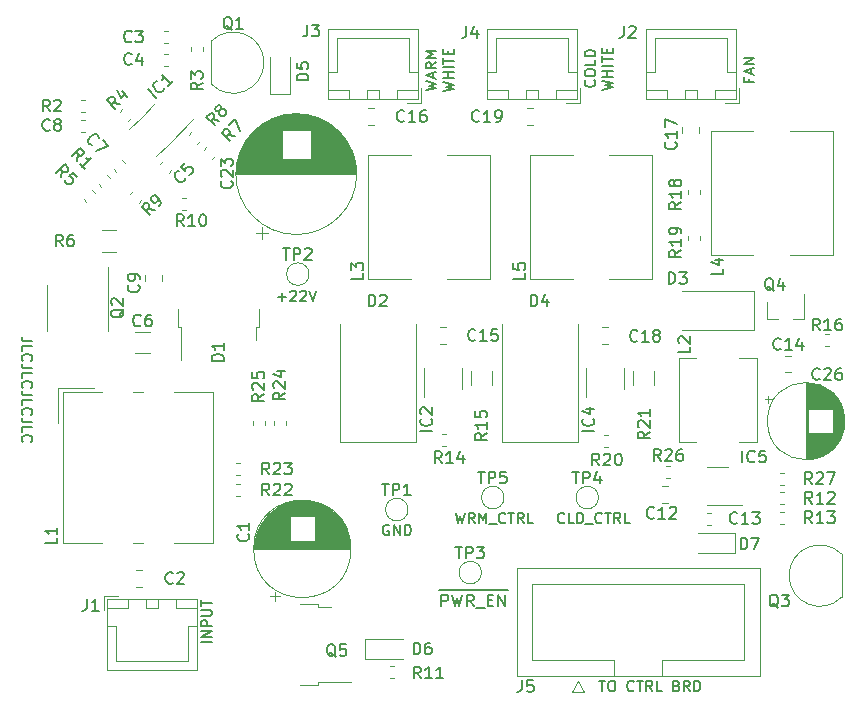
<source format=gto>
G04 #@! TF.GenerationSoftware,KiCad,Pcbnew,(5.1.6)-1*
G04 #@! TF.CreationDate,2020-11-18T04:23:11-08:00*
G04 #@! TF.ProjectId,Power Board V2,506f7765-7220-4426-9f61-72642056322e,rev?*
G04 #@! TF.SameCoordinates,Original*
G04 #@! TF.FileFunction,Legend,Top*
G04 #@! TF.FilePolarity,Positive*
%FSLAX46Y46*%
G04 Gerber Fmt 4.6, Leading zero omitted, Abs format (unit mm)*
G04 Created by KiCad (PCBNEW (5.1.6)-1) date 2020-11-18 04:23:11*
%MOMM*%
%LPD*%
G01*
G04 APERTURE LIST*
%ADD10C,0.152400*%
%ADD11C,0.150000*%
%ADD12C,0.127000*%
%ADD13C,0.120000*%
G04 APERTURE END LIST*
D10*
X105896833Y-103208666D02*
X105261833Y-103208666D01*
X105134833Y-103166333D01*
X105050166Y-103081666D01*
X105007833Y-102954666D01*
X105007833Y-102870000D01*
X105007833Y-104055333D02*
X105007833Y-103632000D01*
X105896833Y-103632000D01*
X105092500Y-104859666D02*
X105050166Y-104817333D01*
X105007833Y-104690333D01*
X105007833Y-104605666D01*
X105050166Y-104478666D01*
X105134833Y-104394000D01*
X105219500Y-104351666D01*
X105388833Y-104309333D01*
X105515833Y-104309333D01*
X105685166Y-104351666D01*
X105769833Y-104394000D01*
X105854500Y-104478666D01*
X105896833Y-104605666D01*
X105896833Y-104690333D01*
X105854500Y-104817333D01*
X105812166Y-104859666D01*
X105896833Y-105494666D02*
X105261833Y-105494666D01*
X105134833Y-105452333D01*
X105050166Y-105367666D01*
X105007833Y-105240666D01*
X105007833Y-105156000D01*
X105007833Y-106341333D02*
X105007833Y-105918000D01*
X105896833Y-105918000D01*
X105092500Y-107145666D02*
X105050166Y-107103333D01*
X105007833Y-106976333D01*
X105007833Y-106891666D01*
X105050166Y-106764666D01*
X105134833Y-106680000D01*
X105219500Y-106637666D01*
X105388833Y-106595333D01*
X105515833Y-106595333D01*
X105685166Y-106637666D01*
X105769833Y-106680000D01*
X105854500Y-106764666D01*
X105896833Y-106891666D01*
X105896833Y-106976333D01*
X105854500Y-107103333D01*
X105812166Y-107145666D01*
X105896833Y-107780666D02*
X105261833Y-107780666D01*
X105134833Y-107738333D01*
X105050166Y-107653666D01*
X105007833Y-107526666D01*
X105007833Y-107442000D01*
X105007833Y-108627333D02*
X105007833Y-108204000D01*
X105896833Y-108204000D01*
X105092500Y-109431666D02*
X105050166Y-109389333D01*
X105007833Y-109262333D01*
X105007833Y-109177666D01*
X105050166Y-109050666D01*
X105134833Y-108966000D01*
X105219500Y-108923666D01*
X105388833Y-108881333D01*
X105515833Y-108881333D01*
X105685166Y-108923666D01*
X105769833Y-108966000D01*
X105854500Y-109050666D01*
X105896833Y-109177666D01*
X105896833Y-109262333D01*
X105854500Y-109389333D01*
X105812166Y-109431666D01*
X105896833Y-110066666D02*
X105261833Y-110066666D01*
X105134833Y-110024333D01*
X105050166Y-109939666D01*
X105007833Y-109812666D01*
X105007833Y-109728000D01*
X105007833Y-110913333D02*
X105007833Y-110490000D01*
X105896833Y-110490000D01*
X105092500Y-111717666D02*
X105050166Y-111675333D01*
X105007833Y-111548333D01*
X105007833Y-111463666D01*
X105050166Y-111336666D01*
X105134833Y-111252000D01*
X105219500Y-111209666D01*
X105388833Y-111167333D01*
X105515833Y-111167333D01*
X105685166Y-111209666D01*
X105769833Y-111252000D01*
X105854500Y-111336666D01*
X105896833Y-111463666D01*
X105896833Y-111548333D01*
X105854500Y-111675333D01*
X105812166Y-111717666D01*
D11*
X140327428Y-124307000D02*
X141327428Y-124307000D01*
X140565523Y-125674380D02*
X140565523Y-124674380D01*
X140946476Y-124674380D01*
X141041714Y-124722000D01*
X141089333Y-124769619D01*
X141136952Y-124864857D01*
X141136952Y-125007714D01*
X141089333Y-125102952D01*
X141041714Y-125150571D01*
X140946476Y-125198190D01*
X140565523Y-125198190D01*
X141327428Y-124307000D02*
X142470285Y-124307000D01*
X141470285Y-124674380D02*
X141708380Y-125674380D01*
X141898857Y-124960095D01*
X142089333Y-125674380D01*
X142327428Y-124674380D01*
X142470285Y-124307000D02*
X143470285Y-124307000D01*
X143279809Y-125674380D02*
X142946476Y-125198190D01*
X142708380Y-125674380D02*
X142708380Y-124674380D01*
X143089333Y-124674380D01*
X143184571Y-124722000D01*
X143232190Y-124769619D01*
X143279809Y-124864857D01*
X143279809Y-125007714D01*
X143232190Y-125102952D01*
X143184571Y-125150571D01*
X143089333Y-125198190D01*
X142708380Y-125198190D01*
X143470285Y-124307000D02*
X144232190Y-124307000D01*
X143470285Y-125769619D02*
X144232190Y-125769619D01*
X144232190Y-124307000D02*
X145136952Y-124307000D01*
X144470285Y-125150571D02*
X144803619Y-125150571D01*
X144946476Y-125674380D02*
X144470285Y-125674380D01*
X144470285Y-124674380D01*
X144946476Y-124674380D01*
X145136952Y-124307000D02*
X146184571Y-124307000D01*
X145375047Y-125674380D02*
X145375047Y-124674380D01*
X145946476Y-125674380D01*
X145946476Y-124674380D01*
D10*
X150960666Y-118554500D02*
X150918333Y-118596833D01*
X150791333Y-118639166D01*
X150706666Y-118639166D01*
X150579666Y-118596833D01*
X150495000Y-118512166D01*
X150452666Y-118427500D01*
X150410333Y-118258166D01*
X150410333Y-118131166D01*
X150452666Y-117961833D01*
X150495000Y-117877166D01*
X150579666Y-117792500D01*
X150706666Y-117750166D01*
X150791333Y-117750166D01*
X150918333Y-117792500D01*
X150960666Y-117834833D01*
X151765000Y-118639166D02*
X151341666Y-118639166D01*
X151341666Y-117750166D01*
X152061333Y-118639166D02*
X152061333Y-117750166D01*
X152273000Y-117750166D01*
X152400000Y-117792500D01*
X152484666Y-117877166D01*
X152527000Y-117961833D01*
X152569333Y-118131166D01*
X152569333Y-118258166D01*
X152527000Y-118427500D01*
X152484666Y-118512166D01*
X152400000Y-118596833D01*
X152273000Y-118639166D01*
X152061333Y-118639166D01*
X152738666Y-118723833D02*
X153416000Y-118723833D01*
X154135666Y-118554500D02*
X154093333Y-118596833D01*
X153966333Y-118639166D01*
X153881666Y-118639166D01*
X153754666Y-118596833D01*
X153670000Y-118512166D01*
X153627666Y-118427500D01*
X153585333Y-118258166D01*
X153585333Y-118131166D01*
X153627666Y-117961833D01*
X153670000Y-117877166D01*
X153754666Y-117792500D01*
X153881666Y-117750166D01*
X153966333Y-117750166D01*
X154093333Y-117792500D01*
X154135666Y-117834833D01*
X154389666Y-117750166D02*
X154897666Y-117750166D01*
X154643666Y-118639166D02*
X154643666Y-117750166D01*
X155702000Y-118639166D02*
X155405666Y-118215833D01*
X155194000Y-118639166D02*
X155194000Y-117750166D01*
X155532666Y-117750166D01*
X155617333Y-117792500D01*
X155659666Y-117834833D01*
X155702000Y-117919500D01*
X155702000Y-118046500D01*
X155659666Y-118131166D01*
X155617333Y-118173500D01*
X155532666Y-118215833D01*
X155194000Y-118215833D01*
X156506333Y-118639166D02*
X156083000Y-118639166D01*
X156083000Y-117750166D01*
X153924000Y-131974166D02*
X154432000Y-131974166D01*
X154178000Y-132863166D02*
X154178000Y-131974166D01*
X154897666Y-131974166D02*
X155067000Y-131974166D01*
X155151666Y-132016500D01*
X155236333Y-132101166D01*
X155278666Y-132270500D01*
X155278666Y-132566833D01*
X155236333Y-132736166D01*
X155151666Y-132820833D01*
X155067000Y-132863166D01*
X154897666Y-132863166D01*
X154813000Y-132820833D01*
X154728333Y-132736166D01*
X154686000Y-132566833D01*
X154686000Y-132270500D01*
X154728333Y-132101166D01*
X154813000Y-132016500D01*
X154897666Y-131974166D01*
X156845000Y-132778500D02*
X156802666Y-132820833D01*
X156675666Y-132863166D01*
X156591000Y-132863166D01*
X156464000Y-132820833D01*
X156379333Y-132736166D01*
X156337000Y-132651500D01*
X156294666Y-132482166D01*
X156294666Y-132355166D01*
X156337000Y-132185833D01*
X156379333Y-132101166D01*
X156464000Y-132016500D01*
X156591000Y-131974166D01*
X156675666Y-131974166D01*
X156802666Y-132016500D01*
X156845000Y-132058833D01*
X157099000Y-131974166D02*
X157607000Y-131974166D01*
X157353000Y-132863166D02*
X157353000Y-131974166D01*
X158411333Y-132863166D02*
X158115000Y-132439833D01*
X157903333Y-132863166D02*
X157903333Y-131974166D01*
X158242000Y-131974166D01*
X158326666Y-132016500D01*
X158369000Y-132058833D01*
X158411333Y-132143500D01*
X158411333Y-132270500D01*
X158369000Y-132355166D01*
X158326666Y-132397500D01*
X158242000Y-132439833D01*
X157903333Y-132439833D01*
X159215666Y-132863166D02*
X158792333Y-132863166D01*
X158792333Y-131974166D01*
X160485666Y-132397500D02*
X160612666Y-132439833D01*
X160655000Y-132482166D01*
X160697333Y-132566833D01*
X160697333Y-132693833D01*
X160655000Y-132778500D01*
X160612666Y-132820833D01*
X160528000Y-132863166D01*
X160189333Y-132863166D01*
X160189333Y-131974166D01*
X160485666Y-131974166D01*
X160570333Y-132016500D01*
X160612666Y-132058833D01*
X160655000Y-132143500D01*
X160655000Y-132228166D01*
X160612666Y-132312833D01*
X160570333Y-132355166D01*
X160485666Y-132397500D01*
X160189333Y-132397500D01*
X161586333Y-132863166D02*
X161290000Y-132439833D01*
X161078333Y-132863166D02*
X161078333Y-131974166D01*
X161417000Y-131974166D01*
X161501666Y-132016500D01*
X161544000Y-132058833D01*
X161586333Y-132143500D01*
X161586333Y-132270500D01*
X161544000Y-132355166D01*
X161501666Y-132397500D01*
X161417000Y-132439833D01*
X161078333Y-132439833D01*
X161967333Y-132863166D02*
X161967333Y-131974166D01*
X162179000Y-131974166D01*
X162306000Y-132016500D01*
X162390666Y-132101166D01*
X162433000Y-132185833D01*
X162475333Y-132355166D01*
X162475333Y-132482166D01*
X162433000Y-132651500D01*
X162390666Y-132736166D01*
X162306000Y-132820833D01*
X162179000Y-132863166D01*
X161967333Y-132863166D01*
X121115666Y-128714500D02*
X120226666Y-128714500D01*
X121115666Y-128291166D02*
X120226666Y-128291166D01*
X121115666Y-127783166D01*
X120226666Y-127783166D01*
X121115666Y-127359833D02*
X120226666Y-127359833D01*
X120226666Y-127021166D01*
X120269000Y-126936500D01*
X120311333Y-126894166D01*
X120396000Y-126851833D01*
X120523000Y-126851833D01*
X120607666Y-126894166D01*
X120650000Y-126936500D01*
X120692333Y-127021166D01*
X120692333Y-127359833D01*
X120226666Y-126470833D02*
X120946333Y-126470833D01*
X121031000Y-126428500D01*
X121073333Y-126386166D01*
X121115666Y-126301500D01*
X121115666Y-126132166D01*
X121073333Y-126047500D01*
X121031000Y-126005166D01*
X120946333Y-125962833D01*
X120226666Y-125962833D01*
X120226666Y-125666500D02*
X120226666Y-125158500D01*
X121115666Y-125412500D02*
X120226666Y-125412500D01*
X141774333Y-117750166D02*
X141986000Y-118639166D01*
X142155333Y-118004166D01*
X142324666Y-118639166D01*
X142536333Y-117750166D01*
X143383000Y-118639166D02*
X143086666Y-118215833D01*
X142875000Y-118639166D02*
X142875000Y-117750166D01*
X143213666Y-117750166D01*
X143298333Y-117792500D01*
X143340666Y-117834833D01*
X143383000Y-117919500D01*
X143383000Y-118046500D01*
X143340666Y-118131166D01*
X143298333Y-118173500D01*
X143213666Y-118215833D01*
X142875000Y-118215833D01*
X143764000Y-118639166D02*
X143764000Y-117750166D01*
X144060333Y-118385166D01*
X144356666Y-117750166D01*
X144356666Y-118639166D01*
X144568333Y-118723833D02*
X145245666Y-118723833D01*
X145965333Y-118554500D02*
X145923000Y-118596833D01*
X145796000Y-118639166D01*
X145711333Y-118639166D01*
X145584333Y-118596833D01*
X145499666Y-118512166D01*
X145457333Y-118427500D01*
X145415000Y-118258166D01*
X145415000Y-118131166D01*
X145457333Y-117961833D01*
X145499666Y-117877166D01*
X145584333Y-117792500D01*
X145711333Y-117750166D01*
X145796000Y-117750166D01*
X145923000Y-117792500D01*
X145965333Y-117834833D01*
X146219333Y-117750166D02*
X146727333Y-117750166D01*
X146473333Y-118639166D02*
X146473333Y-117750166D01*
X147531666Y-118639166D02*
X147235333Y-118215833D01*
X147023666Y-118639166D02*
X147023666Y-117750166D01*
X147362333Y-117750166D01*
X147447000Y-117792500D01*
X147489333Y-117834833D01*
X147531666Y-117919500D01*
X147531666Y-118046500D01*
X147489333Y-118131166D01*
X147447000Y-118173500D01*
X147362333Y-118215833D01*
X147023666Y-118215833D01*
X148336000Y-118639166D02*
X147912666Y-118639166D01*
X147912666Y-117750166D01*
X136101666Y-118808500D02*
X136017000Y-118766166D01*
X135890000Y-118766166D01*
X135763000Y-118808500D01*
X135678333Y-118893166D01*
X135636000Y-118977833D01*
X135593666Y-119147166D01*
X135593666Y-119274166D01*
X135636000Y-119443500D01*
X135678333Y-119528166D01*
X135763000Y-119612833D01*
X135890000Y-119655166D01*
X135974666Y-119655166D01*
X136101666Y-119612833D01*
X136144000Y-119570500D01*
X136144000Y-119274166D01*
X135974666Y-119274166D01*
X136525000Y-119655166D02*
X136525000Y-118766166D01*
X137033000Y-119655166D01*
X137033000Y-118766166D01*
X137456333Y-119655166D02*
X137456333Y-118766166D01*
X137668000Y-118766166D01*
X137795000Y-118808500D01*
X137879666Y-118893166D01*
X137922000Y-118977833D01*
X137964333Y-119147166D01*
X137964333Y-119274166D01*
X137922000Y-119443500D01*
X137879666Y-119528166D01*
X137795000Y-119612833D01*
X137668000Y-119655166D01*
X137456333Y-119655166D01*
X126703666Y-99504500D02*
X127381000Y-99504500D01*
X127042333Y-99843166D02*
X127042333Y-99165833D01*
X127762000Y-99038833D02*
X127804333Y-98996500D01*
X127889000Y-98954166D01*
X128100666Y-98954166D01*
X128185333Y-98996500D01*
X128227666Y-99038833D01*
X128270000Y-99123500D01*
X128270000Y-99208166D01*
X128227666Y-99335166D01*
X127719666Y-99843166D01*
X128270000Y-99843166D01*
X128608666Y-99038833D02*
X128651000Y-98996500D01*
X128735666Y-98954166D01*
X128947333Y-98954166D01*
X129032000Y-98996500D01*
X129074333Y-99038833D01*
X129116666Y-99123500D01*
X129116666Y-99208166D01*
X129074333Y-99335166D01*
X128566333Y-99843166D01*
X129116666Y-99843166D01*
X129370666Y-98954166D02*
X129667000Y-99843166D01*
X129963333Y-98954166D01*
D12*
X166560500Y-80983666D02*
X166560500Y-81280000D01*
X167026166Y-81280000D02*
X166137166Y-81280000D01*
X166137166Y-80856666D01*
X166772166Y-80560333D02*
X166772166Y-80137000D01*
X167026166Y-80645000D02*
X166137166Y-80348666D01*
X167026166Y-80052333D01*
X167026166Y-79756000D02*
X166137166Y-79756000D01*
X167026166Y-79248000D01*
X166137166Y-79248000D01*
X153511250Y-81131833D02*
X153553583Y-81174166D01*
X153595916Y-81301166D01*
X153595916Y-81385833D01*
X153553583Y-81512833D01*
X153468916Y-81597500D01*
X153384250Y-81639833D01*
X153214916Y-81682166D01*
X153087916Y-81682166D01*
X152918583Y-81639833D01*
X152833916Y-81597500D01*
X152749250Y-81512833D01*
X152706916Y-81385833D01*
X152706916Y-81301166D01*
X152749250Y-81174166D01*
X152791583Y-81131833D01*
X152706916Y-80581500D02*
X152706916Y-80412166D01*
X152749250Y-80327500D01*
X152833916Y-80242833D01*
X153003250Y-80200500D01*
X153299583Y-80200500D01*
X153468916Y-80242833D01*
X153553583Y-80327500D01*
X153595916Y-80412166D01*
X153595916Y-80581500D01*
X153553583Y-80666166D01*
X153468916Y-80750833D01*
X153299583Y-80793166D01*
X153003250Y-80793166D01*
X152833916Y-80750833D01*
X152749250Y-80666166D01*
X152706916Y-80581500D01*
X153595916Y-79396166D02*
X153595916Y-79819500D01*
X152706916Y-79819500D01*
X153595916Y-79099833D02*
X152706916Y-79099833D01*
X152706916Y-78888166D01*
X152749250Y-78761166D01*
X152833916Y-78676500D01*
X152918583Y-78634166D01*
X153087916Y-78591833D01*
X153214916Y-78591833D01*
X153384250Y-78634166D01*
X153468916Y-78676500D01*
X153553583Y-78761166D01*
X153595916Y-78888166D01*
X153595916Y-79099833D01*
X154167416Y-81936166D02*
X155056416Y-81724500D01*
X154421416Y-81555166D01*
X155056416Y-81385833D01*
X154167416Y-81174166D01*
X155056416Y-80835500D02*
X154167416Y-80835500D01*
X154590750Y-80835500D02*
X154590750Y-80327500D01*
X155056416Y-80327500D02*
X154167416Y-80327500D01*
X155056416Y-79904166D02*
X154167416Y-79904166D01*
X154167416Y-79607833D02*
X154167416Y-79099833D01*
X155056416Y-79353833D02*
X154167416Y-79353833D01*
X154590750Y-78803500D02*
X154590750Y-78507166D01*
X155056416Y-78380166D02*
X155056416Y-78803500D01*
X154167416Y-78803500D01*
X154167416Y-78380166D01*
X139244916Y-81978500D02*
X140133916Y-81766833D01*
X139498916Y-81597500D01*
X140133916Y-81428166D01*
X139244916Y-81216500D01*
X139879916Y-80920166D02*
X139879916Y-80496833D01*
X140133916Y-81004833D02*
X139244916Y-80708500D01*
X140133916Y-80412166D01*
X140133916Y-79607833D02*
X139710583Y-79904166D01*
X140133916Y-80115833D02*
X139244916Y-80115833D01*
X139244916Y-79777166D01*
X139287250Y-79692500D01*
X139329583Y-79650166D01*
X139414250Y-79607833D01*
X139541250Y-79607833D01*
X139625916Y-79650166D01*
X139668250Y-79692500D01*
X139710583Y-79777166D01*
X139710583Y-80115833D01*
X140133916Y-79226833D02*
X139244916Y-79226833D01*
X139879916Y-78930500D01*
X139244916Y-78634166D01*
X140133916Y-78634166D01*
X140705416Y-82063166D02*
X141594416Y-81851500D01*
X140959416Y-81682166D01*
X141594416Y-81512833D01*
X140705416Y-81301166D01*
X141594416Y-80962500D02*
X140705416Y-80962500D01*
X141128750Y-80962500D02*
X141128750Y-80454500D01*
X141594416Y-80454500D02*
X140705416Y-80454500D01*
X141594416Y-80031166D02*
X140705416Y-80031166D01*
X140705416Y-79734833D02*
X140705416Y-79226833D01*
X141594416Y-79480833D02*
X140705416Y-79480833D01*
X141128750Y-78930500D02*
X141128750Y-78634166D01*
X141594416Y-78507166D02*
X141594416Y-78930500D01*
X140705416Y-78930500D01*
X140705416Y-78507166D01*
D13*
X165425200Y-121182500D02*
X162275200Y-121182500D01*
X165425200Y-119482500D02*
X162275200Y-119482500D01*
X165425200Y-121182500D02*
X165425200Y-119482500D01*
X124846000Y-101979000D02*
X124846000Y-103079000D01*
X125116000Y-101979000D02*
X124846000Y-101979000D01*
X125116000Y-100479000D02*
X125116000Y-101979000D01*
X118486000Y-101979000D02*
X118486000Y-104809000D01*
X118216000Y-101979000D02*
X118486000Y-101979000D01*
X118216000Y-100479000D02*
X118216000Y-101979000D01*
X143952000Y-122809000D02*
G75*
G03*
X143952000Y-122809000I-950000J0D01*
G01*
X169246733Y-115381500D02*
X169589267Y-115381500D01*
X169246733Y-114361500D02*
X169589267Y-114361500D01*
X134117000Y-128436000D02*
X134117000Y-130136000D01*
X134117000Y-130136000D02*
X137267000Y-130136000D01*
X134117000Y-128436000D02*
X137267000Y-128436000D01*
X152646000Y-132950000D02*
X152146000Y-131950000D01*
X151646000Y-132950000D02*
X152646000Y-132950000D01*
X152146000Y-131950000D02*
X151646000Y-132950000D01*
X159276000Y-130250000D02*
X159276000Y-131560000D01*
X159276000Y-130250000D02*
X159276000Y-130250000D01*
X166216000Y-130250000D02*
X159276000Y-130250000D01*
X166216000Y-123750000D02*
X166216000Y-130250000D01*
X148236000Y-123750000D02*
X166216000Y-123750000D01*
X148236000Y-130250000D02*
X148236000Y-123750000D01*
X155176000Y-130250000D02*
X148236000Y-130250000D01*
X155176000Y-131560000D02*
X155176000Y-130250000D01*
X167516000Y-131560000D02*
X146936000Y-131560000D01*
X167516000Y-122440000D02*
X167516000Y-131560000D01*
X146936000Y-122440000D02*
X167516000Y-122440000D01*
X146936000Y-131560000D02*
X146936000Y-122440000D01*
X136226733Y-130681000D02*
X136569267Y-130681000D01*
X136226733Y-131701000D02*
X136569267Y-131701000D01*
X128605000Y-132355000D02*
X130105000Y-132355000D01*
X130105000Y-132355000D02*
X130105000Y-132085000D01*
X130105000Y-132085000D02*
X132935000Y-132085000D01*
X128605000Y-125455000D02*
X130105000Y-125455000D01*
X130105000Y-125455000D02*
X130105000Y-125725000D01*
X130105000Y-125725000D02*
X131205000Y-125725000D01*
X118573733Y-91057000D02*
X118916267Y-91057000D01*
X118573733Y-92077000D02*
X118916267Y-92077000D01*
X126023000Y-82291000D02*
X127723000Y-82291000D01*
X127723000Y-82291000D02*
X127723000Y-79141000D01*
X126023000Y-82291000D02*
X126023000Y-79141000D01*
X169589267Y-116012500D02*
X169246733Y-116012500D01*
X169589267Y-117032500D02*
X169246733Y-117032500D01*
X121086000Y-77829000D02*
X121086000Y-81429000D01*
X121097522Y-81467478D02*
G75*
G03*
X125536000Y-79629000I1838478J1838478D01*
G01*
X121097522Y-77790522D02*
G75*
G02*
X125536000Y-79629000I1838478J-1838478D01*
G01*
X144659500Y-97960000D02*
X144659500Y-87460000D01*
X141069500Y-97960000D02*
X144659500Y-97960000D01*
X134359500Y-97960000D02*
X137949500Y-97960000D01*
X134359500Y-87460000D02*
X134359500Y-97960000D01*
X137949500Y-87460000D02*
X134359500Y-87460000D01*
X144659500Y-87460000D02*
X141069500Y-87460000D01*
X158375500Y-97960000D02*
X158375500Y-87460000D01*
X154785500Y-97960000D02*
X158375500Y-97960000D01*
X148075500Y-97960000D02*
X151665500Y-97960000D01*
X148075500Y-87460000D02*
X148075500Y-97960000D01*
X151665500Y-87460000D02*
X148075500Y-87460000D01*
X158375500Y-87460000D02*
X154785500Y-87460000D01*
X163379000Y-85428000D02*
X163379000Y-95928000D01*
X166969000Y-85428000D02*
X163379000Y-85428000D01*
X173679000Y-85428000D02*
X170089000Y-85428000D01*
X173679000Y-95928000D02*
X173679000Y-85428000D01*
X170089000Y-95928000D02*
X173679000Y-95928000D01*
X163379000Y-95928000D02*
X166969000Y-95928000D01*
X120115729Y-86269320D02*
X119873520Y-86511529D01*
X119394480Y-85548071D02*
X119152271Y-85790280D01*
X120398000Y-78657267D02*
X120398000Y-78314733D01*
X119378000Y-78657267D02*
X119378000Y-78314733D01*
X110064733Y-85473000D02*
X110407267Y-85473000D01*
X110064733Y-84453000D02*
X110407267Y-84453000D01*
X111225729Y-90692480D02*
X110983520Y-90450271D01*
X110504480Y-91413729D02*
X110262271Y-91171520D01*
X131940300Y-111760000D02*
X131941500Y-101772000D01*
X138441500Y-111760000D02*
X138441500Y-101772000D01*
X138442700Y-111758800D02*
X131940300Y-111760000D01*
X145656300Y-111760000D02*
X145657500Y-101772000D01*
X152157500Y-111760000D02*
X152157500Y-101772000D01*
X152158700Y-111758800D02*
X145656300Y-111760000D01*
X108501500Y-107549000D02*
X108501500Y-120289000D01*
X117911500Y-120289000D02*
X121241500Y-120289000D01*
X114481500Y-120289000D02*
X115261500Y-120289000D01*
X108501500Y-120289000D02*
X111831500Y-120289000D01*
X121241500Y-107549000D02*
X121241500Y-120289000D01*
X117911500Y-107549000D02*
X121241500Y-107549000D01*
X114481500Y-107549000D02*
X115261500Y-107549000D01*
X108501500Y-107549000D02*
X111831500Y-107549000D01*
X108121500Y-107169000D02*
X111121500Y-107169000D01*
X108121500Y-110169000D02*
X108121500Y-107169000D01*
X124895000Y-94046646D02*
X125895000Y-94046646D01*
X125395000Y-94546646D02*
X125395000Y-93546646D01*
X127671000Y-83986000D02*
X128869000Y-83986000D01*
X127408000Y-84026000D02*
X129132000Y-84026000D01*
X127208000Y-84066000D02*
X129332000Y-84066000D01*
X127040000Y-84106000D02*
X129500000Y-84106000D01*
X126892000Y-84146000D02*
X129648000Y-84146000D01*
X126760000Y-84186000D02*
X129780000Y-84186000D01*
X126640000Y-84226000D02*
X129900000Y-84226000D01*
X126528000Y-84266000D02*
X130012000Y-84266000D01*
X126424000Y-84306000D02*
X130116000Y-84306000D01*
X126326000Y-84346000D02*
X130214000Y-84346000D01*
X126233000Y-84386000D02*
X130307000Y-84386000D01*
X126145000Y-84426000D02*
X130395000Y-84426000D01*
X126061000Y-84466000D02*
X130479000Y-84466000D01*
X125981000Y-84506000D02*
X130559000Y-84506000D01*
X125905000Y-84546000D02*
X130635000Y-84546000D01*
X125831000Y-84586000D02*
X130709000Y-84586000D01*
X125760000Y-84626000D02*
X130780000Y-84626000D01*
X125691000Y-84666000D02*
X130849000Y-84666000D01*
X125625000Y-84706000D02*
X130915000Y-84706000D01*
X125561000Y-84746000D02*
X130979000Y-84746000D01*
X125500000Y-84786000D02*
X131040000Y-84786000D01*
X125440000Y-84826000D02*
X131100000Y-84826000D01*
X125381000Y-84866000D02*
X131159000Y-84866000D01*
X125325000Y-84906000D02*
X131215000Y-84906000D01*
X125270000Y-84946000D02*
X131270000Y-84946000D01*
X125216000Y-84986000D02*
X131324000Y-84986000D01*
X125164000Y-85026000D02*
X131376000Y-85026000D01*
X125114000Y-85066000D02*
X131426000Y-85066000D01*
X125064000Y-85106000D02*
X131476000Y-85106000D01*
X125016000Y-85146000D02*
X131524000Y-85146000D01*
X124969000Y-85186000D02*
X131571000Y-85186000D01*
X124923000Y-85226000D02*
X131617000Y-85226000D01*
X124878000Y-85266000D02*
X131662000Y-85266000D01*
X124834000Y-85306000D02*
X131706000Y-85306000D01*
X129511000Y-85346000D02*
X131748000Y-85346000D01*
X124792000Y-85346000D02*
X127029000Y-85346000D01*
X129511000Y-85386000D02*
X131790000Y-85386000D01*
X124750000Y-85386000D02*
X127029000Y-85386000D01*
X129511000Y-85426000D02*
X131831000Y-85426000D01*
X124709000Y-85426000D02*
X127029000Y-85426000D01*
X129511000Y-85466000D02*
X131871000Y-85466000D01*
X124669000Y-85466000D02*
X127029000Y-85466000D01*
X129511000Y-85506000D02*
X131910000Y-85506000D01*
X124630000Y-85506000D02*
X127029000Y-85506000D01*
X129511000Y-85546000D02*
X131949000Y-85546000D01*
X124591000Y-85546000D02*
X127029000Y-85546000D01*
X129511000Y-85586000D02*
X131986000Y-85586000D01*
X124554000Y-85586000D02*
X127029000Y-85586000D01*
X129511000Y-85626000D02*
X132023000Y-85626000D01*
X124517000Y-85626000D02*
X127029000Y-85626000D01*
X129511000Y-85666000D02*
X132059000Y-85666000D01*
X124481000Y-85666000D02*
X127029000Y-85666000D01*
X129511000Y-85706000D02*
X132094000Y-85706000D01*
X124446000Y-85706000D02*
X127029000Y-85706000D01*
X129511000Y-85746000D02*
X132128000Y-85746000D01*
X124412000Y-85746000D02*
X127029000Y-85746000D01*
X129511000Y-85786000D02*
X132162000Y-85786000D01*
X124378000Y-85786000D02*
X127029000Y-85786000D01*
X129511000Y-85826000D02*
X132195000Y-85826000D01*
X124345000Y-85826000D02*
X127029000Y-85826000D01*
X129511000Y-85866000D02*
X132227000Y-85866000D01*
X124313000Y-85866000D02*
X127029000Y-85866000D01*
X129511000Y-85906000D02*
X132259000Y-85906000D01*
X124281000Y-85906000D02*
X127029000Y-85906000D01*
X129511000Y-85946000D02*
X132290000Y-85946000D01*
X124250000Y-85946000D02*
X127029000Y-85946000D01*
X129511000Y-85986000D02*
X132320000Y-85986000D01*
X124220000Y-85986000D02*
X127029000Y-85986000D01*
X129511000Y-86026000D02*
X132350000Y-86026000D01*
X124190000Y-86026000D02*
X127029000Y-86026000D01*
X129511000Y-86066000D02*
X132380000Y-86066000D01*
X124160000Y-86066000D02*
X127029000Y-86066000D01*
X129511000Y-86106000D02*
X132408000Y-86106000D01*
X124132000Y-86106000D02*
X127029000Y-86106000D01*
X129511000Y-86146000D02*
X132436000Y-86146000D01*
X124104000Y-86146000D02*
X127029000Y-86146000D01*
X129511000Y-86186000D02*
X132464000Y-86186000D01*
X124076000Y-86186000D02*
X127029000Y-86186000D01*
X129511000Y-86226000D02*
X132491000Y-86226000D01*
X124049000Y-86226000D02*
X127029000Y-86226000D01*
X129511000Y-86266000D02*
X132517000Y-86266000D01*
X124023000Y-86266000D02*
X127029000Y-86266000D01*
X129511000Y-86306000D02*
X132543000Y-86306000D01*
X123997000Y-86306000D02*
X127029000Y-86306000D01*
X129511000Y-86346000D02*
X132568000Y-86346000D01*
X123972000Y-86346000D02*
X127029000Y-86346000D01*
X129511000Y-86386000D02*
X132593000Y-86386000D01*
X123947000Y-86386000D02*
X127029000Y-86386000D01*
X129511000Y-86426000D02*
X132617000Y-86426000D01*
X123923000Y-86426000D02*
X127029000Y-86426000D01*
X129511000Y-86466000D02*
X132641000Y-86466000D01*
X123899000Y-86466000D02*
X127029000Y-86466000D01*
X129511000Y-86506000D02*
X132665000Y-86506000D01*
X123875000Y-86506000D02*
X127029000Y-86506000D01*
X129511000Y-86546000D02*
X132687000Y-86546000D01*
X123853000Y-86546000D02*
X127029000Y-86546000D01*
X129511000Y-86586000D02*
X132710000Y-86586000D01*
X123830000Y-86586000D02*
X127029000Y-86586000D01*
X129511000Y-86626000D02*
X132732000Y-86626000D01*
X123808000Y-86626000D02*
X127029000Y-86626000D01*
X129511000Y-86666000D02*
X132753000Y-86666000D01*
X123787000Y-86666000D02*
X127029000Y-86666000D01*
X129511000Y-86706000D02*
X132774000Y-86706000D01*
X123766000Y-86706000D02*
X127029000Y-86706000D01*
X129511000Y-86746000D02*
X132795000Y-86746000D01*
X123745000Y-86746000D02*
X127029000Y-86746000D01*
X129511000Y-86786000D02*
X132815000Y-86786000D01*
X123725000Y-86786000D02*
X127029000Y-86786000D01*
X129511000Y-86826000D02*
X132834000Y-86826000D01*
X123706000Y-86826000D02*
X127029000Y-86826000D01*
X129511000Y-86866000D02*
X132854000Y-86866000D01*
X123686000Y-86866000D02*
X127029000Y-86866000D01*
X129511000Y-86906000D02*
X132873000Y-86906000D01*
X123667000Y-86906000D02*
X127029000Y-86906000D01*
X129511000Y-86946000D02*
X132891000Y-86946000D01*
X123649000Y-86946000D02*
X127029000Y-86946000D01*
X129511000Y-86986000D02*
X132909000Y-86986000D01*
X123631000Y-86986000D02*
X127029000Y-86986000D01*
X129511000Y-87026000D02*
X132927000Y-87026000D01*
X123613000Y-87026000D02*
X127029000Y-87026000D01*
X129511000Y-87066000D02*
X132944000Y-87066000D01*
X123596000Y-87066000D02*
X127029000Y-87066000D01*
X129511000Y-87106000D02*
X132960000Y-87106000D01*
X123580000Y-87106000D02*
X127029000Y-87106000D01*
X129511000Y-87146000D02*
X132977000Y-87146000D01*
X123563000Y-87146000D02*
X127029000Y-87146000D01*
X129511000Y-87186000D02*
X132993000Y-87186000D01*
X123547000Y-87186000D02*
X127029000Y-87186000D01*
X129511000Y-87226000D02*
X133008000Y-87226000D01*
X123532000Y-87226000D02*
X127029000Y-87226000D01*
X129511000Y-87266000D02*
X133024000Y-87266000D01*
X123516000Y-87266000D02*
X127029000Y-87266000D01*
X129511000Y-87306000D02*
X133038000Y-87306000D01*
X123502000Y-87306000D02*
X127029000Y-87306000D01*
X129511000Y-87346000D02*
X133053000Y-87346000D01*
X123487000Y-87346000D02*
X127029000Y-87346000D01*
X129511000Y-87386000D02*
X133067000Y-87386000D01*
X123473000Y-87386000D02*
X127029000Y-87386000D01*
X129511000Y-87426000D02*
X133081000Y-87426000D01*
X123459000Y-87426000D02*
X127029000Y-87426000D01*
X129511000Y-87466000D02*
X133094000Y-87466000D01*
X123446000Y-87466000D02*
X127029000Y-87466000D01*
X129511000Y-87506000D02*
X133107000Y-87506000D01*
X123433000Y-87506000D02*
X127029000Y-87506000D01*
X129511000Y-87546000D02*
X133120000Y-87546000D01*
X123420000Y-87546000D02*
X127029000Y-87546000D01*
X129511000Y-87586000D02*
X133132000Y-87586000D01*
X123408000Y-87586000D02*
X127029000Y-87586000D01*
X129511000Y-87626000D02*
X133144000Y-87626000D01*
X123396000Y-87626000D02*
X127029000Y-87626000D01*
X129511000Y-87666000D02*
X133155000Y-87666000D01*
X123385000Y-87666000D02*
X127029000Y-87666000D01*
X129511000Y-87706000D02*
X133167000Y-87706000D01*
X123373000Y-87706000D02*
X127029000Y-87706000D01*
X129511000Y-87746000D02*
X133177000Y-87746000D01*
X123363000Y-87746000D02*
X127029000Y-87746000D01*
X129511000Y-87786000D02*
X133188000Y-87786000D01*
X123352000Y-87786000D02*
X127029000Y-87786000D01*
X123342000Y-87826000D02*
X133198000Y-87826000D01*
X123332000Y-87866000D02*
X133208000Y-87866000D01*
X123323000Y-87906000D02*
X133217000Y-87906000D01*
X123314000Y-87946000D02*
X133226000Y-87946000D01*
X123305000Y-87986000D02*
X133235000Y-87986000D01*
X123296000Y-88026000D02*
X133244000Y-88026000D01*
X123288000Y-88066000D02*
X133252000Y-88066000D01*
X123280000Y-88106000D02*
X133260000Y-88106000D01*
X123273000Y-88146000D02*
X133267000Y-88146000D01*
X123266000Y-88186000D02*
X133274000Y-88186000D01*
X123259000Y-88226000D02*
X133281000Y-88226000D01*
X123252000Y-88266000D02*
X133288000Y-88266000D01*
X123246000Y-88306000D02*
X133294000Y-88306000D01*
X123240000Y-88346000D02*
X133300000Y-88346000D01*
X123235000Y-88387000D02*
X133305000Y-88387000D01*
X123230000Y-88427000D02*
X133310000Y-88427000D01*
X123225000Y-88467000D02*
X133315000Y-88467000D01*
X123220000Y-88507000D02*
X133320000Y-88507000D01*
X123216000Y-88547000D02*
X133324000Y-88547000D01*
X123212000Y-88587000D02*
X133328000Y-88587000D01*
X123208000Y-88627000D02*
X133332000Y-88627000D01*
X123205000Y-88667000D02*
X133335000Y-88667000D01*
X123202000Y-88707000D02*
X133338000Y-88707000D01*
X123200000Y-88747000D02*
X133340000Y-88747000D01*
X123197000Y-88787000D02*
X133343000Y-88787000D01*
X123195000Y-88827000D02*
X133345000Y-88827000D01*
X123193000Y-88867000D02*
X133347000Y-88867000D01*
X123192000Y-88907000D02*
X133348000Y-88907000D01*
X123191000Y-88947000D02*
X133349000Y-88947000D01*
X123190000Y-88987000D02*
X133350000Y-88987000D01*
X123190000Y-89027000D02*
X133350000Y-89027000D01*
X123190000Y-89067000D02*
X133350000Y-89067000D01*
X133390000Y-89067000D02*
G75*
G03*
X133390000Y-89067000I-5120000J0D01*
G01*
X121143520Y-87781529D02*
X121385729Y-87539320D01*
X120422271Y-87060280D02*
X120664480Y-86818071D01*
X117392267Y-76960000D02*
X117049733Y-76960000D01*
X117392267Y-77980000D02*
X117049733Y-77980000D01*
X117392267Y-79885000D02*
X117049733Y-79885000D01*
X117392267Y-78865000D02*
X117049733Y-78865000D01*
X116739271Y-88215980D02*
X116981480Y-87973771D01*
X117460520Y-88937229D02*
X117702729Y-88695020D01*
X113765729Y-88152480D02*
X113523520Y-87910271D01*
X113044480Y-88873729D02*
X112802271Y-88631520D01*
X115495000Y-98114752D02*
X115495000Y-97592248D01*
X116915000Y-98114752D02*
X116915000Y-97592248D01*
X159773252Y-115495000D02*
X159250748Y-115495000D01*
X159773252Y-116915000D02*
X159250748Y-116915000D01*
X169664748Y-104446000D02*
X170187252Y-104446000D01*
X169664748Y-105866000D02*
X170187252Y-105866000D01*
X140454748Y-103453000D02*
X140977252Y-103453000D01*
X140454748Y-102033000D02*
X140977252Y-102033000D01*
X134881252Y-84911000D02*
X134358748Y-84911000D01*
X134881252Y-83491000D02*
X134358748Y-83491000D01*
X154170748Y-103453000D02*
X154693252Y-103453000D01*
X154170748Y-102033000D02*
X154693252Y-102033000D01*
X148343252Y-84911000D02*
X147820748Y-84911000D01*
X148343252Y-83491000D02*
X147820748Y-83491000D01*
X174443000Y-124863000D02*
X174443000Y-121263000D01*
X174431478Y-124901478D02*
G75*
G02*
X169993000Y-123063000I-1838478J1838478D01*
G01*
X174431478Y-121224522D02*
G75*
G03*
X169993000Y-123063000I-1838478J-1838478D01*
G01*
X168092000Y-101344000D02*
X169022000Y-101344000D01*
X171252000Y-101344000D02*
X170322000Y-101344000D01*
X171252000Y-101344000D02*
X171252000Y-99184000D01*
X168092000Y-101344000D02*
X168092000Y-99884000D01*
X111792936Y-93832000D02*
X112997064Y-93832000D01*
X111792936Y-95652000D02*
X112997064Y-95652000D01*
X169246733Y-117663500D02*
X169589267Y-117663500D01*
X169246733Y-118683500D02*
X169589267Y-118683500D01*
X140950767Y-111059500D02*
X140608233Y-111059500D01*
X140950767Y-112079500D02*
X140608233Y-112079500D01*
X173056733Y-102614000D02*
X173399267Y-102614000D01*
X173056733Y-103634000D02*
X173399267Y-103634000D01*
X161415000Y-90379733D02*
X161415000Y-90722267D01*
X162435000Y-90379733D02*
X162435000Y-90722267D01*
X161415000Y-94659267D02*
X161415000Y-94316733D01*
X162435000Y-94659267D02*
X162435000Y-94316733D01*
X154666767Y-112143000D02*
X154324233Y-112143000D01*
X154666767Y-111123000D02*
X154324233Y-111123000D01*
X164857000Y-113833000D02*
X163057000Y-113833000D01*
X163057000Y-117053000D02*
X166007000Y-117053000D01*
X139106000Y-105462500D02*
X139106000Y-107912500D01*
X142326000Y-107262500D02*
X142326000Y-105462500D01*
X156042000Y-107262500D02*
X156042000Y-105462500D01*
X152822000Y-105462500D02*
X152822000Y-107912500D01*
X115196252Y-122607000D02*
X114673748Y-122607000D01*
X115196252Y-124027000D02*
X114673748Y-124027000D01*
X123145733Y-116334000D02*
X123488267Y-116334000D01*
X123145733Y-115314000D02*
X123488267Y-115314000D01*
X123488267Y-114556000D02*
X123145733Y-114556000D01*
X123488267Y-113536000D02*
X123145733Y-113536000D01*
X126363000Y-109937733D02*
X126363000Y-110280267D01*
X127383000Y-109937733D02*
X127383000Y-110280267D01*
X124585000Y-110294267D02*
X124585000Y-109951733D01*
X125605000Y-110294267D02*
X125605000Y-109951733D01*
X167049000Y-102234000D02*
X167049000Y-98934000D01*
X167049000Y-98934000D02*
X160949000Y-98934000D01*
X167049000Y-102234000D02*
X160949000Y-102234000D01*
X111958000Y-124758000D02*
X111958000Y-126008000D01*
X113208000Y-124758000D02*
X111958000Y-124758000D01*
X119108000Y-130258000D02*
X116058000Y-130258000D01*
X119108000Y-127308000D02*
X119108000Y-130258000D01*
X119858000Y-127308000D02*
X119108000Y-127308000D01*
X113008000Y-130258000D02*
X116058000Y-130258000D01*
X113008000Y-127308000D02*
X113008000Y-130258000D01*
X112258000Y-127308000D02*
X113008000Y-127308000D01*
X119858000Y-125058000D02*
X118058000Y-125058000D01*
X119858000Y-125808000D02*
X119858000Y-125058000D01*
X118058000Y-125808000D02*
X119858000Y-125808000D01*
X118058000Y-125058000D02*
X118058000Y-125808000D01*
X114058000Y-125058000D02*
X112258000Y-125058000D01*
X114058000Y-125808000D02*
X114058000Y-125058000D01*
X112258000Y-125808000D02*
X114058000Y-125808000D01*
X112258000Y-125058000D02*
X112258000Y-125808000D01*
X116558000Y-125058000D02*
X115558000Y-125058000D01*
X116558000Y-125808000D02*
X116558000Y-125058000D01*
X115558000Y-125808000D02*
X116558000Y-125808000D01*
X115558000Y-125058000D02*
X115558000Y-125808000D01*
X119868000Y-125048000D02*
X112248000Y-125048000D01*
X119868000Y-131018000D02*
X119868000Y-125048000D01*
X112248000Y-131018000D02*
X119868000Y-131018000D01*
X112248000Y-125048000D02*
X112248000Y-131018000D01*
X138867000Y-83014000D02*
X138867000Y-81764000D01*
X137617000Y-83014000D02*
X138867000Y-83014000D01*
X131717000Y-77514000D02*
X134767000Y-77514000D01*
X131717000Y-80464000D02*
X131717000Y-77514000D01*
X130967000Y-80464000D02*
X131717000Y-80464000D01*
X137817000Y-77514000D02*
X134767000Y-77514000D01*
X137817000Y-80464000D02*
X137817000Y-77514000D01*
X138567000Y-80464000D02*
X137817000Y-80464000D01*
X130967000Y-82714000D02*
X132767000Y-82714000D01*
X130967000Y-81964000D02*
X130967000Y-82714000D01*
X132767000Y-81964000D02*
X130967000Y-81964000D01*
X132767000Y-82714000D02*
X132767000Y-81964000D01*
X136767000Y-82714000D02*
X138567000Y-82714000D01*
X136767000Y-81964000D02*
X136767000Y-82714000D01*
X138567000Y-81964000D02*
X136767000Y-81964000D01*
X138567000Y-82714000D02*
X138567000Y-81964000D01*
X134267000Y-82714000D02*
X135267000Y-82714000D01*
X134267000Y-81964000D02*
X134267000Y-82714000D01*
X135267000Y-81964000D02*
X134267000Y-81964000D01*
X135267000Y-82714000D02*
X135267000Y-81964000D01*
X130957000Y-82724000D02*
X138577000Y-82724000D01*
X130957000Y-76754000D02*
X130957000Y-82724000D01*
X138577000Y-76754000D02*
X130957000Y-76754000D01*
X138577000Y-82724000D02*
X138577000Y-76754000D01*
X152039000Y-82724000D02*
X152039000Y-76754000D01*
X152039000Y-76754000D02*
X144419000Y-76754000D01*
X144419000Y-76754000D02*
X144419000Y-82724000D01*
X144419000Y-82724000D02*
X152039000Y-82724000D01*
X148729000Y-82714000D02*
X148729000Y-81964000D01*
X148729000Y-81964000D02*
X147729000Y-81964000D01*
X147729000Y-81964000D02*
X147729000Y-82714000D01*
X147729000Y-82714000D02*
X148729000Y-82714000D01*
X152029000Y-82714000D02*
X152029000Y-81964000D01*
X152029000Y-81964000D02*
X150229000Y-81964000D01*
X150229000Y-81964000D02*
X150229000Y-82714000D01*
X150229000Y-82714000D02*
X152029000Y-82714000D01*
X146229000Y-82714000D02*
X146229000Y-81964000D01*
X146229000Y-81964000D02*
X144429000Y-81964000D01*
X144429000Y-81964000D02*
X144429000Y-82714000D01*
X144429000Y-82714000D02*
X146229000Y-82714000D01*
X152029000Y-80464000D02*
X151279000Y-80464000D01*
X151279000Y-80464000D02*
X151279000Y-77514000D01*
X151279000Y-77514000D02*
X148229000Y-77514000D01*
X144429000Y-80464000D02*
X145179000Y-80464000D01*
X145179000Y-80464000D02*
X145179000Y-77514000D01*
X145179000Y-77514000D02*
X148229000Y-77514000D01*
X151079000Y-83014000D02*
X152329000Y-83014000D01*
X152329000Y-83014000D02*
X152329000Y-81764000D01*
X165791000Y-83014000D02*
X165791000Y-81764000D01*
X164541000Y-83014000D02*
X165791000Y-83014000D01*
X158641000Y-77514000D02*
X161691000Y-77514000D01*
X158641000Y-80464000D02*
X158641000Y-77514000D01*
X157891000Y-80464000D02*
X158641000Y-80464000D01*
X164741000Y-77514000D02*
X161691000Y-77514000D01*
X164741000Y-80464000D02*
X164741000Y-77514000D01*
X165491000Y-80464000D02*
X164741000Y-80464000D01*
X157891000Y-82714000D02*
X159691000Y-82714000D01*
X157891000Y-81964000D02*
X157891000Y-82714000D01*
X159691000Y-81964000D02*
X157891000Y-81964000D01*
X159691000Y-82714000D02*
X159691000Y-81964000D01*
X163691000Y-82714000D02*
X165491000Y-82714000D01*
X163691000Y-81964000D02*
X163691000Y-82714000D01*
X165491000Y-81964000D02*
X163691000Y-81964000D01*
X165491000Y-82714000D02*
X165491000Y-81964000D01*
X161191000Y-82714000D02*
X162191000Y-82714000D01*
X161191000Y-81964000D02*
X161191000Y-82714000D01*
X162191000Y-81964000D02*
X161191000Y-81964000D01*
X162191000Y-82714000D02*
X162191000Y-81964000D01*
X157881000Y-82724000D02*
X165501000Y-82724000D01*
X157881000Y-76754000D02*
X157881000Y-82724000D01*
X165501000Y-76754000D02*
X157881000Y-76754000D01*
X165501000Y-82724000D02*
X165501000Y-76754000D01*
X159594733Y-113790000D02*
X159937267Y-113790000D01*
X159594733Y-114810000D02*
X159937267Y-114810000D01*
X126063000Y-124814698D02*
X126863000Y-124814698D01*
X126463000Y-125214698D02*
X126463000Y-124414698D01*
X128245000Y-116724000D02*
X129311000Y-116724000D01*
X128010000Y-116764000D02*
X129546000Y-116764000D01*
X127830000Y-116804000D02*
X129726000Y-116804000D01*
X127680000Y-116844000D02*
X129876000Y-116844000D01*
X127549000Y-116884000D02*
X130007000Y-116884000D01*
X127432000Y-116924000D02*
X130124000Y-116924000D01*
X127325000Y-116964000D02*
X130231000Y-116964000D01*
X127226000Y-117004000D02*
X130330000Y-117004000D01*
X127133000Y-117044000D02*
X130423000Y-117044000D01*
X127047000Y-117084000D02*
X130509000Y-117084000D01*
X126965000Y-117124000D02*
X130591000Y-117124000D01*
X126888000Y-117164000D02*
X130668000Y-117164000D01*
X126814000Y-117204000D02*
X130742000Y-117204000D01*
X126744000Y-117244000D02*
X130812000Y-117244000D01*
X126676000Y-117284000D02*
X130880000Y-117284000D01*
X126612000Y-117324000D02*
X130944000Y-117324000D01*
X126550000Y-117364000D02*
X131006000Y-117364000D01*
X126491000Y-117404000D02*
X131065000Y-117404000D01*
X126433000Y-117444000D02*
X131123000Y-117444000D01*
X126378000Y-117484000D02*
X131178000Y-117484000D01*
X126324000Y-117524000D02*
X131232000Y-117524000D01*
X126273000Y-117564000D02*
X131283000Y-117564000D01*
X126222000Y-117604000D02*
X131334000Y-117604000D01*
X126174000Y-117644000D02*
X131382000Y-117644000D01*
X126127000Y-117684000D02*
X131429000Y-117684000D01*
X126081000Y-117724000D02*
X131475000Y-117724000D01*
X126037000Y-117764000D02*
X131519000Y-117764000D01*
X125994000Y-117804000D02*
X131562000Y-117804000D01*
X125952000Y-117844000D02*
X131604000Y-117844000D01*
X125911000Y-117884000D02*
X131645000Y-117884000D01*
X125871000Y-117924000D02*
X131685000Y-117924000D01*
X125833000Y-117964000D02*
X131723000Y-117964000D01*
X125795000Y-118004000D02*
X131761000Y-118004000D01*
X129818000Y-118044000D02*
X131797000Y-118044000D01*
X125759000Y-118044000D02*
X127738000Y-118044000D01*
X129818000Y-118084000D02*
X131833000Y-118084000D01*
X125723000Y-118084000D02*
X127738000Y-118084000D01*
X129818000Y-118124000D02*
X131868000Y-118124000D01*
X125688000Y-118124000D02*
X127738000Y-118124000D01*
X129818000Y-118164000D02*
X131902000Y-118164000D01*
X125654000Y-118164000D02*
X127738000Y-118164000D01*
X129818000Y-118204000D02*
X131934000Y-118204000D01*
X125622000Y-118204000D02*
X127738000Y-118204000D01*
X129818000Y-118244000D02*
X131967000Y-118244000D01*
X125589000Y-118244000D02*
X127738000Y-118244000D01*
X129818000Y-118284000D02*
X131998000Y-118284000D01*
X125558000Y-118284000D02*
X127738000Y-118284000D01*
X129818000Y-118324000D02*
X132028000Y-118324000D01*
X125528000Y-118324000D02*
X127738000Y-118324000D01*
X129818000Y-118364000D02*
X132058000Y-118364000D01*
X125498000Y-118364000D02*
X127738000Y-118364000D01*
X129818000Y-118404000D02*
X132087000Y-118404000D01*
X125469000Y-118404000D02*
X127738000Y-118404000D01*
X129818000Y-118444000D02*
X132116000Y-118444000D01*
X125440000Y-118444000D02*
X127738000Y-118444000D01*
X129818000Y-118484000D02*
X132143000Y-118484000D01*
X125413000Y-118484000D02*
X127738000Y-118484000D01*
X129818000Y-118524000D02*
X132170000Y-118524000D01*
X125386000Y-118524000D02*
X127738000Y-118524000D01*
X129818000Y-118564000D02*
X132196000Y-118564000D01*
X125360000Y-118564000D02*
X127738000Y-118564000D01*
X129818000Y-118604000D02*
X132222000Y-118604000D01*
X125334000Y-118604000D02*
X127738000Y-118604000D01*
X129818000Y-118644000D02*
X132247000Y-118644000D01*
X125309000Y-118644000D02*
X127738000Y-118644000D01*
X129818000Y-118684000D02*
X132271000Y-118684000D01*
X125285000Y-118684000D02*
X127738000Y-118684000D01*
X129818000Y-118724000D02*
X132295000Y-118724000D01*
X125261000Y-118724000D02*
X127738000Y-118724000D01*
X129818000Y-118764000D02*
X132318000Y-118764000D01*
X125238000Y-118764000D02*
X127738000Y-118764000D01*
X129818000Y-118804000D02*
X132340000Y-118804000D01*
X125216000Y-118804000D02*
X127738000Y-118804000D01*
X129818000Y-118844000D02*
X132362000Y-118844000D01*
X125194000Y-118844000D02*
X127738000Y-118844000D01*
X129818000Y-118884000D02*
X132384000Y-118884000D01*
X125172000Y-118884000D02*
X127738000Y-118884000D01*
X129818000Y-118924000D02*
X132405000Y-118924000D01*
X125151000Y-118924000D02*
X127738000Y-118924000D01*
X129818000Y-118964000D02*
X132425000Y-118964000D01*
X125131000Y-118964000D02*
X127738000Y-118964000D01*
X129818000Y-119004000D02*
X132444000Y-119004000D01*
X125112000Y-119004000D02*
X127738000Y-119004000D01*
X129818000Y-119044000D02*
X132464000Y-119044000D01*
X125092000Y-119044000D02*
X127738000Y-119044000D01*
X129818000Y-119084000D02*
X132482000Y-119084000D01*
X125074000Y-119084000D02*
X127738000Y-119084000D01*
X129818000Y-119124000D02*
X132500000Y-119124000D01*
X125056000Y-119124000D02*
X127738000Y-119124000D01*
X129818000Y-119164000D02*
X132518000Y-119164000D01*
X125038000Y-119164000D02*
X127738000Y-119164000D01*
X129818000Y-119204000D02*
X132535000Y-119204000D01*
X125021000Y-119204000D02*
X127738000Y-119204000D01*
X129818000Y-119244000D02*
X132552000Y-119244000D01*
X125004000Y-119244000D02*
X127738000Y-119244000D01*
X129818000Y-119284000D02*
X132568000Y-119284000D01*
X124988000Y-119284000D02*
X127738000Y-119284000D01*
X129818000Y-119324000D02*
X132583000Y-119324000D01*
X124973000Y-119324000D02*
X127738000Y-119324000D01*
X129818000Y-119364000D02*
X132599000Y-119364000D01*
X124957000Y-119364000D02*
X127738000Y-119364000D01*
X129818000Y-119404000D02*
X132613000Y-119404000D01*
X124943000Y-119404000D02*
X127738000Y-119404000D01*
X129818000Y-119444000D02*
X132628000Y-119444000D01*
X124928000Y-119444000D02*
X127738000Y-119444000D01*
X129818000Y-119484000D02*
X132641000Y-119484000D01*
X124915000Y-119484000D02*
X127738000Y-119484000D01*
X129818000Y-119524000D02*
X132655000Y-119524000D01*
X124901000Y-119524000D02*
X127738000Y-119524000D01*
X129818000Y-119564000D02*
X132667000Y-119564000D01*
X124889000Y-119564000D02*
X127738000Y-119564000D01*
X129818000Y-119604000D02*
X132680000Y-119604000D01*
X124876000Y-119604000D02*
X127738000Y-119604000D01*
X129818000Y-119644000D02*
X132692000Y-119644000D01*
X124864000Y-119644000D02*
X127738000Y-119644000D01*
X129818000Y-119684000D02*
X132703000Y-119684000D01*
X124853000Y-119684000D02*
X127738000Y-119684000D01*
X129818000Y-119724000D02*
X132714000Y-119724000D01*
X124842000Y-119724000D02*
X127738000Y-119724000D01*
X129818000Y-119764000D02*
X132725000Y-119764000D01*
X124831000Y-119764000D02*
X127738000Y-119764000D01*
X129818000Y-119804000D02*
X132735000Y-119804000D01*
X124821000Y-119804000D02*
X127738000Y-119804000D01*
X129818000Y-119844000D02*
X132745000Y-119844000D01*
X124811000Y-119844000D02*
X127738000Y-119844000D01*
X129818000Y-119884000D02*
X132754000Y-119884000D01*
X124802000Y-119884000D02*
X127738000Y-119884000D01*
X129818000Y-119924000D02*
X132763000Y-119924000D01*
X124793000Y-119924000D02*
X127738000Y-119924000D01*
X129818000Y-119964000D02*
X132772000Y-119964000D01*
X124784000Y-119964000D02*
X127738000Y-119964000D01*
X129818000Y-120004000D02*
X132780000Y-120004000D01*
X124776000Y-120004000D02*
X127738000Y-120004000D01*
X129818000Y-120044000D02*
X132788000Y-120044000D01*
X124768000Y-120044000D02*
X127738000Y-120044000D01*
X129818000Y-120084000D02*
X132795000Y-120084000D01*
X124761000Y-120084000D02*
X127738000Y-120084000D01*
X124754000Y-120125000D02*
X132802000Y-120125000D01*
X124748000Y-120165000D02*
X132808000Y-120165000D01*
X124741000Y-120205000D02*
X132815000Y-120205000D01*
X124736000Y-120245000D02*
X132820000Y-120245000D01*
X124730000Y-120285000D02*
X132826000Y-120285000D01*
X124726000Y-120325000D02*
X132830000Y-120325000D01*
X124721000Y-120365000D02*
X132835000Y-120365000D01*
X124717000Y-120405000D02*
X132839000Y-120405000D01*
X124713000Y-120445000D02*
X132843000Y-120445000D01*
X124710000Y-120485000D02*
X132846000Y-120485000D01*
X124707000Y-120525000D02*
X132849000Y-120525000D01*
X124704000Y-120565000D02*
X132852000Y-120565000D01*
X124702000Y-120605000D02*
X132854000Y-120605000D01*
X124701000Y-120645000D02*
X132855000Y-120645000D01*
X124699000Y-120685000D02*
X132857000Y-120685000D01*
X124698000Y-120725000D02*
X132858000Y-120725000D01*
X124698000Y-120765000D02*
X132858000Y-120765000D01*
X124698000Y-120805000D02*
X132858000Y-120805000D01*
X132898000Y-120805000D02*
G75*
G03*
X132898000Y-120805000I-4120000J0D01*
G01*
X129347000Y-97536000D02*
G75*
G03*
X129347000Y-97536000I-950000J0D01*
G01*
X137729000Y-117475000D02*
G75*
G03*
X137729000Y-117475000I-950000J0D01*
G01*
X153858000Y-116459000D02*
G75*
G03*
X153858000Y-116459000I-950000J0D01*
G01*
X145857000Y-116459000D02*
G75*
G03*
X145857000Y-116459000I-950000J0D01*
G01*
X114199271Y-90755980D02*
X114441480Y-90513771D01*
X114920520Y-91477229D02*
X115162729Y-91235020D01*
X163366267Y-117727000D02*
X163023733Y-117727000D01*
X163366267Y-118747000D02*
X163023733Y-118747000D01*
X160961000Y-85082748D02*
X160961000Y-85605252D01*
X162381000Y-85082748D02*
X162381000Y-85605252D01*
X143044500Y-105760436D02*
X143044500Y-106964564D01*
X144864500Y-105760436D02*
X144864500Y-106964564D01*
X158593200Y-105760436D02*
X158593200Y-106964564D01*
X156773200Y-105760436D02*
X156773200Y-106964564D01*
X111774480Y-90143729D02*
X111532271Y-89901520D01*
X112495729Y-89422480D02*
X112253520Y-89180271D01*
X110064733Y-83822000D02*
X110407267Y-83822000D01*
X110064733Y-82802000D02*
X110407267Y-82802000D01*
X113310271Y-83834480D02*
X113552480Y-83592271D01*
X114031520Y-84555729D02*
X114273729Y-84313520D01*
X114650436Y-104237200D02*
X115854564Y-104237200D01*
X114650436Y-102417200D02*
X115854564Y-102417200D01*
X168244759Y-107828000D02*
X168244759Y-108458000D01*
X167929759Y-108143000D02*
X168559759Y-108143000D01*
X174671000Y-109580000D02*
X174671000Y-110384000D01*
X174631000Y-109349000D02*
X174631000Y-110615000D01*
X174591000Y-109180000D02*
X174591000Y-110784000D01*
X174551000Y-109042000D02*
X174551000Y-110922000D01*
X174511000Y-108923000D02*
X174511000Y-111041000D01*
X174471000Y-108817000D02*
X174471000Y-111147000D01*
X174431000Y-108720000D02*
X174431000Y-111244000D01*
X174391000Y-108632000D02*
X174391000Y-111332000D01*
X174351000Y-108550000D02*
X174351000Y-111414000D01*
X174311000Y-108473000D02*
X174311000Y-111491000D01*
X174271000Y-108401000D02*
X174271000Y-111563000D01*
X174231000Y-108332000D02*
X174231000Y-111632000D01*
X174191000Y-108268000D02*
X174191000Y-111696000D01*
X174151000Y-108206000D02*
X174151000Y-111758000D01*
X174111000Y-108148000D02*
X174111000Y-111816000D01*
X174071000Y-108092000D02*
X174071000Y-111872000D01*
X174031000Y-108038000D02*
X174031000Y-111926000D01*
X173991000Y-107987000D02*
X173991000Y-111977000D01*
X173951000Y-107938000D02*
X173951000Y-112026000D01*
X173911000Y-107890000D02*
X173911000Y-112074000D01*
X173871000Y-107845000D02*
X173871000Y-112119000D01*
X173831000Y-107800000D02*
X173831000Y-112164000D01*
X173791000Y-107758000D02*
X173791000Y-112206000D01*
X173751000Y-107717000D02*
X173751000Y-112247000D01*
X173711000Y-111022000D02*
X173711000Y-112287000D01*
X173711000Y-107677000D02*
X173711000Y-108942000D01*
X173671000Y-111022000D02*
X173671000Y-112325000D01*
X173671000Y-107639000D02*
X173671000Y-108942000D01*
X173631000Y-111022000D02*
X173631000Y-112362000D01*
X173631000Y-107602000D02*
X173631000Y-108942000D01*
X173591000Y-111022000D02*
X173591000Y-112398000D01*
X173591000Y-107566000D02*
X173591000Y-108942000D01*
X173551000Y-111022000D02*
X173551000Y-112432000D01*
X173551000Y-107532000D02*
X173551000Y-108942000D01*
X173511000Y-111022000D02*
X173511000Y-112466000D01*
X173511000Y-107498000D02*
X173511000Y-108942000D01*
X173471000Y-111022000D02*
X173471000Y-112498000D01*
X173471000Y-107466000D02*
X173471000Y-108942000D01*
X173431000Y-111022000D02*
X173431000Y-112530000D01*
X173431000Y-107434000D02*
X173431000Y-108942000D01*
X173391000Y-111022000D02*
X173391000Y-112560000D01*
X173391000Y-107404000D02*
X173391000Y-108942000D01*
X173351000Y-111022000D02*
X173351000Y-112589000D01*
X173351000Y-107375000D02*
X173351000Y-108942000D01*
X173311000Y-111022000D02*
X173311000Y-112618000D01*
X173311000Y-107346000D02*
X173311000Y-108942000D01*
X173271000Y-111022000D02*
X173271000Y-112646000D01*
X173271000Y-107318000D02*
X173271000Y-108942000D01*
X173231000Y-111022000D02*
X173231000Y-112672000D01*
X173231000Y-107292000D02*
X173231000Y-108942000D01*
X173191000Y-111022000D02*
X173191000Y-112698000D01*
X173191000Y-107266000D02*
X173191000Y-108942000D01*
X173151000Y-111022000D02*
X173151000Y-112724000D01*
X173151000Y-107240000D02*
X173151000Y-108942000D01*
X173111000Y-111022000D02*
X173111000Y-112748000D01*
X173111000Y-107216000D02*
X173111000Y-108942000D01*
X173071000Y-111022000D02*
X173071000Y-112772000D01*
X173071000Y-107192000D02*
X173071000Y-108942000D01*
X173031000Y-111022000D02*
X173031000Y-112794000D01*
X173031000Y-107170000D02*
X173031000Y-108942000D01*
X172991000Y-111022000D02*
X172991000Y-112816000D01*
X172991000Y-107148000D02*
X172991000Y-108942000D01*
X172951000Y-111022000D02*
X172951000Y-112838000D01*
X172951000Y-107126000D02*
X172951000Y-108942000D01*
X172911000Y-111022000D02*
X172911000Y-112858000D01*
X172911000Y-107106000D02*
X172911000Y-108942000D01*
X172871000Y-111022000D02*
X172871000Y-112878000D01*
X172871000Y-107086000D02*
X172871000Y-108942000D01*
X172831000Y-111022000D02*
X172831000Y-112898000D01*
X172831000Y-107066000D02*
X172831000Y-108942000D01*
X172791000Y-111022000D02*
X172791000Y-112916000D01*
X172791000Y-107048000D02*
X172791000Y-108942000D01*
X172751000Y-111022000D02*
X172751000Y-112934000D01*
X172751000Y-107030000D02*
X172751000Y-108942000D01*
X172711000Y-111022000D02*
X172711000Y-112952000D01*
X172711000Y-107012000D02*
X172711000Y-108942000D01*
X172671000Y-111022000D02*
X172671000Y-112968000D01*
X172671000Y-106996000D02*
X172671000Y-108942000D01*
X172631000Y-111022000D02*
X172631000Y-112984000D01*
X172631000Y-106980000D02*
X172631000Y-108942000D01*
X172591000Y-111022000D02*
X172591000Y-113000000D01*
X172591000Y-106964000D02*
X172591000Y-108942000D01*
X172551000Y-111022000D02*
X172551000Y-113015000D01*
X172551000Y-106949000D02*
X172551000Y-108942000D01*
X172511000Y-111022000D02*
X172511000Y-113029000D01*
X172511000Y-106935000D02*
X172511000Y-108942000D01*
X172471000Y-111022000D02*
X172471000Y-113043000D01*
X172471000Y-106921000D02*
X172471000Y-108942000D01*
X172431000Y-111022000D02*
X172431000Y-113056000D01*
X172431000Y-106908000D02*
X172431000Y-108942000D01*
X172391000Y-111022000D02*
X172391000Y-113068000D01*
X172391000Y-106896000D02*
X172391000Y-108942000D01*
X172351000Y-111022000D02*
X172351000Y-113080000D01*
X172351000Y-106884000D02*
X172351000Y-108942000D01*
X172311000Y-111022000D02*
X172311000Y-113092000D01*
X172311000Y-106872000D02*
X172311000Y-108942000D01*
X172271000Y-111022000D02*
X172271000Y-113103000D01*
X172271000Y-106861000D02*
X172271000Y-108942000D01*
X172231000Y-111022000D02*
X172231000Y-113113000D01*
X172231000Y-106851000D02*
X172231000Y-108942000D01*
X172191000Y-111022000D02*
X172191000Y-113123000D01*
X172191000Y-106841000D02*
X172191000Y-108942000D01*
X172151000Y-111022000D02*
X172151000Y-113132000D01*
X172151000Y-106832000D02*
X172151000Y-108942000D01*
X172110000Y-111022000D02*
X172110000Y-113141000D01*
X172110000Y-106823000D02*
X172110000Y-108942000D01*
X172070000Y-111022000D02*
X172070000Y-113149000D01*
X172070000Y-106815000D02*
X172070000Y-108942000D01*
X172030000Y-111022000D02*
X172030000Y-113157000D01*
X172030000Y-106807000D02*
X172030000Y-108942000D01*
X171990000Y-111022000D02*
X171990000Y-113164000D01*
X171990000Y-106800000D02*
X171990000Y-108942000D01*
X171950000Y-111022000D02*
X171950000Y-113171000D01*
X171950000Y-106793000D02*
X171950000Y-108942000D01*
X171910000Y-111022000D02*
X171910000Y-113177000D01*
X171910000Y-106787000D02*
X171910000Y-108942000D01*
X171870000Y-111022000D02*
X171870000Y-113183000D01*
X171870000Y-106781000D02*
X171870000Y-108942000D01*
X171830000Y-111022000D02*
X171830000Y-113188000D01*
X171830000Y-106776000D02*
X171830000Y-108942000D01*
X171790000Y-111022000D02*
X171790000Y-113193000D01*
X171790000Y-106771000D02*
X171790000Y-108942000D01*
X171750000Y-111022000D02*
X171750000Y-113197000D01*
X171750000Y-106767000D02*
X171750000Y-108942000D01*
X171710000Y-111022000D02*
X171710000Y-113200000D01*
X171710000Y-106764000D02*
X171710000Y-108942000D01*
X171670000Y-111022000D02*
X171670000Y-113204000D01*
X171670000Y-106760000D02*
X171670000Y-108942000D01*
X171630000Y-106758000D02*
X171630000Y-113206000D01*
X171590000Y-106755000D02*
X171590000Y-113209000D01*
X171550000Y-106754000D02*
X171550000Y-113210000D01*
X171510000Y-106752000D02*
X171510000Y-113212000D01*
X171470000Y-106752000D02*
X171470000Y-113212000D01*
X171430000Y-106752000D02*
X171430000Y-113212000D01*
X174700000Y-109982000D02*
G75*
G03*
X174700000Y-109982000I-3270000J0D01*
G01*
X167257000Y-111754000D02*
X165785800Y-111754000D01*
X167257000Y-104654000D02*
X167257000Y-111754000D01*
X165785800Y-104654000D02*
X167257000Y-104654000D01*
X160657000Y-104654000D02*
X162128200Y-104654000D01*
X160657000Y-111754000D02*
X160657000Y-104654000D01*
X162128200Y-111754000D02*
X160657000Y-111754000D01*
X107168000Y-100393500D02*
X107168000Y-102343500D01*
X107168000Y-100393500D02*
X107168000Y-98443500D01*
X112288000Y-100393500D02*
X112288000Y-102343500D01*
X112288000Y-100393500D02*
X112288000Y-96943500D01*
X115193558Y-84205558D02*
X114132898Y-85266218D01*
X115193558Y-84205558D02*
X116254218Y-83144898D01*
X117470442Y-86482442D02*
X116409782Y-87543102D01*
X117470442Y-86482442D02*
X119538729Y-84414155D01*
D11*
X165898604Y-120848380D02*
X165898604Y-119848380D01*
X166136700Y-119848380D01*
X166279557Y-119896000D01*
X166374795Y-119991238D01*
X166422414Y-120086476D01*
X166470033Y-120276952D01*
X166470033Y-120419809D01*
X166422414Y-120610285D01*
X166374795Y-120705523D01*
X166279557Y-120800761D01*
X166136700Y-120848380D01*
X165898604Y-120848380D01*
X166803366Y-119848380D02*
X167470033Y-119848380D01*
X167041461Y-120848380D01*
X122118380Y-104878095D02*
X121118380Y-104878095D01*
X121118380Y-104640000D01*
X121166000Y-104497142D01*
X121261238Y-104401904D01*
X121356476Y-104354285D01*
X121546952Y-104306666D01*
X121689809Y-104306666D01*
X121880285Y-104354285D01*
X121975523Y-104401904D01*
X122070761Y-104497142D01*
X122118380Y-104640000D01*
X122118380Y-104878095D01*
X122118380Y-103354285D02*
X122118380Y-103925714D01*
X122118380Y-103640000D02*
X121118380Y-103640000D01*
X121261238Y-103735238D01*
X121356476Y-103830476D01*
X121404095Y-103925714D01*
X141740095Y-120613380D02*
X142311523Y-120613380D01*
X142025809Y-121613380D02*
X142025809Y-120613380D01*
X142644857Y-121613380D02*
X142644857Y-120613380D01*
X143025809Y-120613380D01*
X143121047Y-120661000D01*
X143168666Y-120708619D01*
X143216285Y-120803857D01*
X143216285Y-120946714D01*
X143168666Y-121041952D01*
X143121047Y-121089571D01*
X143025809Y-121137190D01*
X142644857Y-121137190D01*
X143549619Y-120613380D02*
X144168666Y-120613380D01*
X143835333Y-120994333D01*
X143978190Y-120994333D01*
X144073428Y-121041952D01*
X144121047Y-121089571D01*
X144168666Y-121184809D01*
X144168666Y-121422904D01*
X144121047Y-121518142D01*
X144073428Y-121565761D01*
X143978190Y-121613380D01*
X143692476Y-121613380D01*
X143597238Y-121565761D01*
X143549619Y-121518142D01*
X171950142Y-115323880D02*
X171616809Y-114847690D01*
X171378714Y-115323880D02*
X171378714Y-114323880D01*
X171759666Y-114323880D01*
X171854904Y-114371500D01*
X171902523Y-114419119D01*
X171950142Y-114514357D01*
X171950142Y-114657214D01*
X171902523Y-114752452D01*
X171854904Y-114800071D01*
X171759666Y-114847690D01*
X171378714Y-114847690D01*
X172331095Y-114419119D02*
X172378714Y-114371500D01*
X172473952Y-114323880D01*
X172712047Y-114323880D01*
X172807285Y-114371500D01*
X172854904Y-114419119D01*
X172902523Y-114514357D01*
X172902523Y-114609595D01*
X172854904Y-114752452D01*
X172283476Y-115323880D01*
X172902523Y-115323880D01*
X173235857Y-114323880D02*
X173902523Y-114323880D01*
X173473952Y-115323880D01*
X138199904Y-129738380D02*
X138199904Y-128738380D01*
X138438000Y-128738380D01*
X138580857Y-128786000D01*
X138676095Y-128881238D01*
X138723714Y-128976476D01*
X138771333Y-129166952D01*
X138771333Y-129309809D01*
X138723714Y-129500285D01*
X138676095Y-129595523D01*
X138580857Y-129690761D01*
X138438000Y-129738380D01*
X138199904Y-129738380D01*
X139628476Y-128738380D02*
X139438000Y-128738380D01*
X139342761Y-128786000D01*
X139295142Y-128833619D01*
X139199904Y-128976476D01*
X139152285Y-129166952D01*
X139152285Y-129547904D01*
X139199904Y-129643142D01*
X139247523Y-129690761D01*
X139342761Y-129738380D01*
X139533238Y-129738380D01*
X139628476Y-129690761D01*
X139676095Y-129643142D01*
X139723714Y-129547904D01*
X139723714Y-129309809D01*
X139676095Y-129214571D01*
X139628476Y-129166952D01*
X139533238Y-129119333D01*
X139342761Y-129119333D01*
X139247523Y-129166952D01*
X139199904Y-129214571D01*
X139152285Y-129309809D01*
X147367666Y-131913380D02*
X147367666Y-132627666D01*
X147320047Y-132770523D01*
X147224809Y-132865761D01*
X147081952Y-132913380D01*
X146986714Y-132913380D01*
X148320047Y-131913380D02*
X147843857Y-131913380D01*
X147796238Y-132389571D01*
X147843857Y-132341952D01*
X147939095Y-132294333D01*
X148177190Y-132294333D01*
X148272428Y-132341952D01*
X148320047Y-132389571D01*
X148367666Y-132484809D01*
X148367666Y-132722904D01*
X148320047Y-132818142D01*
X148272428Y-132865761D01*
X148177190Y-132913380D01*
X147939095Y-132913380D01*
X147843857Y-132865761D01*
X147796238Y-132818142D01*
X138803142Y-131770380D02*
X138469809Y-131294190D01*
X138231714Y-131770380D02*
X138231714Y-130770380D01*
X138612666Y-130770380D01*
X138707904Y-130818000D01*
X138755523Y-130865619D01*
X138803142Y-130960857D01*
X138803142Y-131103714D01*
X138755523Y-131198952D01*
X138707904Y-131246571D01*
X138612666Y-131294190D01*
X138231714Y-131294190D01*
X139755523Y-131770380D02*
X139184095Y-131770380D01*
X139469809Y-131770380D02*
X139469809Y-130770380D01*
X139374571Y-130913238D01*
X139279333Y-131008476D01*
X139184095Y-131056095D01*
X140707904Y-131770380D02*
X140136476Y-131770380D01*
X140422190Y-131770380D02*
X140422190Y-130770380D01*
X140326952Y-130913238D01*
X140231714Y-131008476D01*
X140136476Y-131056095D01*
X131603761Y-129960619D02*
X131508523Y-129913000D01*
X131413285Y-129817761D01*
X131270428Y-129674904D01*
X131175190Y-129627285D01*
X131079952Y-129627285D01*
X131127571Y-129865380D02*
X131032333Y-129817761D01*
X130937095Y-129722523D01*
X130889476Y-129532047D01*
X130889476Y-129198714D01*
X130937095Y-129008238D01*
X131032333Y-128913000D01*
X131127571Y-128865380D01*
X131318047Y-128865380D01*
X131413285Y-128913000D01*
X131508523Y-129008238D01*
X131556142Y-129198714D01*
X131556142Y-129532047D01*
X131508523Y-129722523D01*
X131413285Y-129817761D01*
X131318047Y-129865380D01*
X131127571Y-129865380D01*
X132460904Y-128865380D02*
X131984714Y-128865380D01*
X131937095Y-129341571D01*
X131984714Y-129293952D01*
X132079952Y-129246333D01*
X132318047Y-129246333D01*
X132413285Y-129293952D01*
X132460904Y-129341571D01*
X132508523Y-129436809D01*
X132508523Y-129674904D01*
X132460904Y-129770142D01*
X132413285Y-129817761D01*
X132318047Y-129865380D01*
X132079952Y-129865380D01*
X131984714Y-129817761D01*
X131937095Y-129770142D01*
X118737142Y-93479880D02*
X118403809Y-93003690D01*
X118165714Y-93479880D02*
X118165714Y-92479880D01*
X118546666Y-92479880D01*
X118641904Y-92527500D01*
X118689523Y-92575119D01*
X118737142Y-92670357D01*
X118737142Y-92813214D01*
X118689523Y-92908452D01*
X118641904Y-92956071D01*
X118546666Y-93003690D01*
X118165714Y-93003690D01*
X119689523Y-93479880D02*
X119118095Y-93479880D01*
X119403809Y-93479880D02*
X119403809Y-92479880D01*
X119308571Y-92622738D01*
X119213333Y-92717976D01*
X119118095Y-92765595D01*
X120308571Y-92479880D02*
X120403809Y-92479880D01*
X120499047Y-92527500D01*
X120546666Y-92575119D01*
X120594285Y-92670357D01*
X120641904Y-92860833D01*
X120641904Y-93098928D01*
X120594285Y-93289404D01*
X120546666Y-93384642D01*
X120499047Y-93432261D01*
X120403809Y-93479880D01*
X120308571Y-93479880D01*
X120213333Y-93432261D01*
X120165714Y-93384642D01*
X120118095Y-93289404D01*
X120070476Y-93098928D01*
X120070476Y-92860833D01*
X120118095Y-92670357D01*
X120165714Y-92575119D01*
X120213333Y-92527500D01*
X120308571Y-92479880D01*
X129293880Y-81129095D02*
X128293880Y-81129095D01*
X128293880Y-80891000D01*
X128341500Y-80748142D01*
X128436738Y-80652904D01*
X128531976Y-80605285D01*
X128722452Y-80557666D01*
X128865309Y-80557666D01*
X129055785Y-80605285D01*
X129151023Y-80652904D01*
X129246261Y-80748142D01*
X129293880Y-80891000D01*
X129293880Y-81129095D01*
X128293880Y-79652904D02*
X128293880Y-80129095D01*
X128770071Y-80176714D01*
X128722452Y-80129095D01*
X128674833Y-80033857D01*
X128674833Y-79795761D01*
X128722452Y-79700523D01*
X128770071Y-79652904D01*
X128865309Y-79605285D01*
X129103404Y-79605285D01*
X129198642Y-79652904D01*
X129246261Y-79700523D01*
X129293880Y-79795761D01*
X129293880Y-80033857D01*
X129246261Y-80129095D01*
X129198642Y-80176714D01*
X171950142Y-116974880D02*
X171616809Y-116498690D01*
X171378714Y-116974880D02*
X171378714Y-115974880D01*
X171759666Y-115974880D01*
X171854904Y-116022500D01*
X171902523Y-116070119D01*
X171950142Y-116165357D01*
X171950142Y-116308214D01*
X171902523Y-116403452D01*
X171854904Y-116451071D01*
X171759666Y-116498690D01*
X171378714Y-116498690D01*
X172902523Y-116974880D02*
X172331095Y-116974880D01*
X172616809Y-116974880D02*
X172616809Y-115974880D01*
X172521571Y-116117738D01*
X172426333Y-116212976D01*
X172331095Y-116260595D01*
X173283476Y-116070119D02*
X173331095Y-116022500D01*
X173426333Y-115974880D01*
X173664428Y-115974880D01*
X173759666Y-116022500D01*
X173807285Y-116070119D01*
X173854904Y-116165357D01*
X173854904Y-116260595D01*
X173807285Y-116403452D01*
X173235857Y-116974880D01*
X173854904Y-116974880D01*
X122840761Y-76874619D02*
X122745523Y-76827000D01*
X122650285Y-76731761D01*
X122507428Y-76588904D01*
X122412190Y-76541285D01*
X122316952Y-76541285D01*
X122364571Y-76779380D02*
X122269333Y-76731761D01*
X122174095Y-76636523D01*
X122126476Y-76446047D01*
X122126476Y-76112714D01*
X122174095Y-75922238D01*
X122269333Y-75827000D01*
X122364571Y-75779380D01*
X122555047Y-75779380D01*
X122650285Y-75827000D01*
X122745523Y-75922238D01*
X122793142Y-76112714D01*
X122793142Y-76446047D01*
X122745523Y-76636523D01*
X122650285Y-76731761D01*
X122555047Y-76779380D01*
X122364571Y-76779380D01*
X123745523Y-76779380D02*
X123174095Y-76779380D01*
X123459809Y-76779380D02*
X123459809Y-75779380D01*
X123364571Y-75922238D01*
X123269333Y-76017476D01*
X123174095Y-76065095D01*
X133929380Y-97448666D02*
X133929380Y-97924857D01*
X132929380Y-97924857D01*
X132929380Y-97210571D02*
X132929380Y-96591523D01*
X133310333Y-96924857D01*
X133310333Y-96782000D01*
X133357952Y-96686761D01*
X133405571Y-96639142D01*
X133500809Y-96591523D01*
X133738904Y-96591523D01*
X133834142Y-96639142D01*
X133881761Y-96686761D01*
X133929380Y-96782000D01*
X133929380Y-97067714D01*
X133881761Y-97162952D01*
X133834142Y-97210571D01*
X147645380Y-97448666D02*
X147645380Y-97924857D01*
X146645380Y-97924857D01*
X146645380Y-96639142D02*
X146645380Y-97115333D01*
X147121571Y-97162952D01*
X147073952Y-97115333D01*
X147026333Y-97020095D01*
X147026333Y-96782000D01*
X147073952Y-96686761D01*
X147121571Y-96639142D01*
X147216809Y-96591523D01*
X147454904Y-96591523D01*
X147550142Y-96639142D01*
X147597761Y-96686761D01*
X147645380Y-96782000D01*
X147645380Y-97020095D01*
X147597761Y-97115333D01*
X147550142Y-97162952D01*
X164409380Y-97067666D02*
X164409380Y-97543857D01*
X163409380Y-97543857D01*
X163742714Y-96305761D02*
X164409380Y-96305761D01*
X163361761Y-96543857D02*
X164076047Y-96781952D01*
X164076047Y-96162904D01*
X121766785Y-84536777D02*
X121194365Y-84435762D01*
X121362724Y-84940838D02*
X120655617Y-84233732D01*
X120924991Y-83964357D01*
X121026006Y-83930686D01*
X121093350Y-83930686D01*
X121194365Y-83964357D01*
X121295380Y-84065373D01*
X121329052Y-84166388D01*
X121329052Y-84233732D01*
X121295380Y-84334747D01*
X121026006Y-84604121D01*
X121766785Y-83728655D02*
X121665770Y-83762327D01*
X121598426Y-83762327D01*
X121497411Y-83728655D01*
X121463739Y-83694983D01*
X121430067Y-83593968D01*
X121430067Y-83526625D01*
X121463739Y-83425609D01*
X121598426Y-83290922D01*
X121699442Y-83257251D01*
X121766785Y-83257251D01*
X121867800Y-83290922D01*
X121901472Y-83324594D01*
X121935144Y-83425609D01*
X121935144Y-83492953D01*
X121901472Y-83593968D01*
X121766785Y-83728655D01*
X121733113Y-83829670D01*
X121733113Y-83897014D01*
X121766785Y-83998029D01*
X121901472Y-84132716D01*
X122002487Y-84166388D01*
X122069831Y-84166388D01*
X122170846Y-84132716D01*
X122305533Y-83998029D01*
X122339205Y-83897014D01*
X122339205Y-83829670D01*
X122305533Y-83728655D01*
X122170846Y-83593968D01*
X122069831Y-83560296D01*
X122002487Y-83560296D01*
X121901472Y-83593968D01*
X120340380Y-81319666D02*
X119864190Y-81653000D01*
X120340380Y-81891095D02*
X119340380Y-81891095D01*
X119340380Y-81510142D01*
X119388000Y-81414904D01*
X119435619Y-81367285D01*
X119530857Y-81319666D01*
X119673714Y-81319666D01*
X119768952Y-81367285D01*
X119816571Y-81414904D01*
X119864190Y-81510142D01*
X119864190Y-81891095D01*
X119340380Y-80986333D02*
X119340380Y-80367285D01*
X119721333Y-80700619D01*
X119721333Y-80557761D01*
X119768952Y-80462523D01*
X119816571Y-80414904D01*
X119911809Y-80367285D01*
X120149904Y-80367285D01*
X120245142Y-80414904D01*
X120292761Y-80462523D01*
X120340380Y-80557761D01*
X120340380Y-80843476D01*
X120292761Y-80938714D01*
X120245142Y-80986333D01*
X107402333Y-85320142D02*
X107354714Y-85367761D01*
X107211857Y-85415380D01*
X107116619Y-85415380D01*
X106973761Y-85367761D01*
X106878523Y-85272523D01*
X106830904Y-85177285D01*
X106783285Y-84986809D01*
X106783285Y-84843952D01*
X106830904Y-84653476D01*
X106878523Y-84558238D01*
X106973761Y-84463000D01*
X107116619Y-84415380D01*
X107211857Y-84415380D01*
X107354714Y-84463000D01*
X107402333Y-84510619D01*
X107973761Y-84843952D02*
X107878523Y-84796333D01*
X107830904Y-84748714D01*
X107783285Y-84653476D01*
X107783285Y-84605857D01*
X107830904Y-84510619D01*
X107878523Y-84463000D01*
X107973761Y-84415380D01*
X108164238Y-84415380D01*
X108259476Y-84463000D01*
X108307095Y-84510619D01*
X108354714Y-84605857D01*
X108354714Y-84653476D01*
X108307095Y-84748714D01*
X108259476Y-84796333D01*
X108164238Y-84843952D01*
X107973761Y-84843952D01*
X107878523Y-84891571D01*
X107830904Y-84939190D01*
X107783285Y-85034428D01*
X107783285Y-85224904D01*
X107830904Y-85320142D01*
X107878523Y-85367761D01*
X107973761Y-85415380D01*
X108164238Y-85415380D01*
X108259476Y-85367761D01*
X108307095Y-85320142D01*
X108354714Y-85224904D01*
X108354714Y-85034428D01*
X108307095Y-84939190D01*
X108259476Y-84891571D01*
X108164238Y-84843952D01*
X108347927Y-89356031D02*
X108448942Y-88783611D01*
X107943866Y-88951970D02*
X108650972Y-88244863D01*
X108920347Y-88514237D01*
X108954018Y-88615252D01*
X108954018Y-88682596D01*
X108920347Y-88783611D01*
X108819331Y-88884626D01*
X108718316Y-88918298D01*
X108650972Y-88918298D01*
X108549957Y-88884626D01*
X108280583Y-88615252D01*
X109694797Y-89288688D02*
X109358079Y-88951970D01*
X108987690Y-89255016D01*
X109055034Y-89255016D01*
X109156049Y-89288688D01*
X109324408Y-89457046D01*
X109358079Y-89558062D01*
X109358079Y-89625405D01*
X109324408Y-89726420D01*
X109156049Y-89894779D01*
X109055034Y-89928451D01*
X108987690Y-89928451D01*
X108886675Y-89894779D01*
X108718316Y-89726420D01*
X108684644Y-89625405D01*
X108684644Y-89558062D01*
X134389904Y-100274380D02*
X134389904Y-99274380D01*
X134628000Y-99274380D01*
X134770857Y-99322000D01*
X134866095Y-99417238D01*
X134913714Y-99512476D01*
X134961333Y-99702952D01*
X134961333Y-99845809D01*
X134913714Y-100036285D01*
X134866095Y-100131523D01*
X134770857Y-100226761D01*
X134628000Y-100274380D01*
X134389904Y-100274380D01*
X135342285Y-99369619D02*
X135389904Y-99322000D01*
X135485142Y-99274380D01*
X135723238Y-99274380D01*
X135818476Y-99322000D01*
X135866095Y-99369619D01*
X135913714Y-99464857D01*
X135913714Y-99560095D01*
X135866095Y-99702952D01*
X135294666Y-100274380D01*
X135913714Y-100274380D01*
X148105904Y-100274380D02*
X148105904Y-99274380D01*
X148344000Y-99274380D01*
X148486857Y-99322000D01*
X148582095Y-99417238D01*
X148629714Y-99512476D01*
X148677333Y-99702952D01*
X148677333Y-99845809D01*
X148629714Y-100036285D01*
X148582095Y-100131523D01*
X148486857Y-100226761D01*
X148344000Y-100274380D01*
X148105904Y-100274380D01*
X149534476Y-99607714D02*
X149534476Y-100274380D01*
X149296380Y-99226761D02*
X149058285Y-99941047D01*
X149677333Y-99941047D01*
X108021380Y-119851466D02*
X108021380Y-120327657D01*
X107021380Y-120327657D01*
X108021380Y-118994323D02*
X108021380Y-119565752D01*
X108021380Y-119280038D02*
X107021380Y-119280038D01*
X107164238Y-119375276D01*
X107259476Y-119470514D01*
X107307095Y-119565752D01*
X122785142Y-89669857D02*
X122832761Y-89717476D01*
X122880380Y-89860333D01*
X122880380Y-89955571D01*
X122832761Y-90098428D01*
X122737523Y-90193666D01*
X122642285Y-90241285D01*
X122451809Y-90288904D01*
X122308952Y-90288904D01*
X122118476Y-90241285D01*
X122023238Y-90193666D01*
X121928000Y-90098428D01*
X121880380Y-89955571D01*
X121880380Y-89860333D01*
X121928000Y-89717476D01*
X121975619Y-89669857D01*
X121975619Y-89288904D02*
X121928000Y-89241285D01*
X121880380Y-89146047D01*
X121880380Y-88907952D01*
X121928000Y-88812714D01*
X121975619Y-88765095D01*
X122070857Y-88717476D01*
X122166095Y-88717476D01*
X122308952Y-88765095D01*
X122880380Y-89336523D01*
X122880380Y-88717476D01*
X121880380Y-88384142D02*
X121880380Y-87765095D01*
X122261333Y-88098428D01*
X122261333Y-87955571D01*
X122308952Y-87860333D01*
X122356571Y-87812714D01*
X122451809Y-87765095D01*
X122689904Y-87765095D01*
X122785142Y-87812714D01*
X122832761Y-87860333D01*
X122880380Y-87955571D01*
X122880380Y-88241285D01*
X122832761Y-88336523D01*
X122785142Y-88384142D01*
X123081686Y-85851678D02*
X122509266Y-85750663D01*
X122677625Y-86255739D02*
X121970518Y-85548633D01*
X122239892Y-85279258D01*
X122340907Y-85245587D01*
X122408251Y-85245587D01*
X122509266Y-85279258D01*
X122610281Y-85380274D01*
X122643953Y-85481289D01*
X122643953Y-85548633D01*
X122610281Y-85649648D01*
X122340907Y-85919022D01*
X122610281Y-84908869D02*
X123081686Y-84437465D01*
X123485747Y-85447617D01*
X114323833Y-77827142D02*
X114276214Y-77874761D01*
X114133357Y-77922380D01*
X114038119Y-77922380D01*
X113895261Y-77874761D01*
X113800023Y-77779523D01*
X113752404Y-77684285D01*
X113704785Y-77493809D01*
X113704785Y-77350952D01*
X113752404Y-77160476D01*
X113800023Y-77065238D01*
X113895261Y-76970000D01*
X114038119Y-76922380D01*
X114133357Y-76922380D01*
X114276214Y-76970000D01*
X114323833Y-77017619D01*
X114657166Y-76922380D02*
X115276214Y-76922380D01*
X114942880Y-77303333D01*
X115085738Y-77303333D01*
X115180976Y-77350952D01*
X115228595Y-77398571D01*
X115276214Y-77493809D01*
X115276214Y-77731904D01*
X115228595Y-77827142D01*
X115180976Y-77874761D01*
X115085738Y-77922380D01*
X114800023Y-77922380D01*
X114704785Y-77874761D01*
X114657166Y-77827142D01*
X114323833Y-79732142D02*
X114276214Y-79779761D01*
X114133357Y-79827380D01*
X114038119Y-79827380D01*
X113895261Y-79779761D01*
X113800023Y-79684523D01*
X113752404Y-79589285D01*
X113704785Y-79398809D01*
X113704785Y-79255952D01*
X113752404Y-79065476D01*
X113800023Y-78970238D01*
X113895261Y-78875000D01*
X114038119Y-78827380D01*
X114133357Y-78827380D01*
X114276214Y-78875000D01*
X114323833Y-78922619D01*
X115180976Y-79160714D02*
X115180976Y-79827380D01*
X114942880Y-78779761D02*
X114704785Y-79494047D01*
X115323833Y-79494047D01*
X118879687Y-89397389D02*
X118879687Y-89464732D01*
X118812343Y-89599419D01*
X118745000Y-89666763D01*
X118610312Y-89734106D01*
X118475625Y-89734106D01*
X118374610Y-89700435D01*
X118206251Y-89599419D01*
X118105236Y-89498404D01*
X118004221Y-89330045D01*
X117970549Y-89229030D01*
X117970549Y-89094343D01*
X118037893Y-88959656D01*
X118105236Y-88892312D01*
X118239923Y-88824969D01*
X118307267Y-88824969D01*
X118879687Y-88117862D02*
X118542969Y-88454580D01*
X118846015Y-88824969D01*
X118846015Y-88757625D01*
X118879687Y-88656610D01*
X119048045Y-88488251D01*
X119149061Y-88454580D01*
X119216404Y-88454580D01*
X119317419Y-88488251D01*
X119485778Y-88656610D01*
X119519450Y-88757625D01*
X119519450Y-88824969D01*
X119485778Y-88925984D01*
X119317419Y-89094343D01*
X119216404Y-89128015D01*
X119149061Y-89128015D01*
X111008610Y-86621687D02*
X110941267Y-86621687D01*
X110806580Y-86554343D01*
X110739236Y-86487000D01*
X110671893Y-86352312D01*
X110671893Y-86217625D01*
X110705564Y-86116610D01*
X110806580Y-85948251D01*
X110907595Y-85847236D01*
X111075954Y-85746221D01*
X111176969Y-85712549D01*
X111311656Y-85712549D01*
X111446343Y-85779893D01*
X111513687Y-85847236D01*
X111581030Y-85981923D01*
X111581030Y-86049267D01*
X111884076Y-86217625D02*
X112355480Y-86689030D01*
X111345328Y-87093091D01*
X114911142Y-98464666D02*
X114958761Y-98512285D01*
X115006380Y-98655142D01*
X115006380Y-98750380D01*
X114958761Y-98893238D01*
X114863523Y-98988476D01*
X114768285Y-99036095D01*
X114577809Y-99083714D01*
X114434952Y-99083714D01*
X114244476Y-99036095D01*
X114149238Y-98988476D01*
X114054000Y-98893238D01*
X114006380Y-98750380D01*
X114006380Y-98655142D01*
X114054000Y-98512285D01*
X114101619Y-98464666D01*
X115006380Y-97988476D02*
X115006380Y-97798000D01*
X114958761Y-97702761D01*
X114911142Y-97655142D01*
X114768285Y-97559904D01*
X114577809Y-97512285D01*
X114196857Y-97512285D01*
X114101619Y-97559904D01*
X114054000Y-97607523D01*
X114006380Y-97702761D01*
X114006380Y-97893238D01*
X114054000Y-97988476D01*
X114101619Y-98036095D01*
X114196857Y-98083714D01*
X114434952Y-98083714D01*
X114530190Y-98036095D01*
X114577809Y-97988476D01*
X114625428Y-97893238D01*
X114625428Y-97702761D01*
X114577809Y-97607523D01*
X114530190Y-97559904D01*
X114434952Y-97512285D01*
X158551642Y-118149642D02*
X158504023Y-118197261D01*
X158361166Y-118244880D01*
X158265928Y-118244880D01*
X158123071Y-118197261D01*
X158027833Y-118102023D01*
X157980214Y-118006785D01*
X157932595Y-117816309D01*
X157932595Y-117673452D01*
X157980214Y-117482976D01*
X158027833Y-117387738D01*
X158123071Y-117292500D01*
X158265928Y-117244880D01*
X158361166Y-117244880D01*
X158504023Y-117292500D01*
X158551642Y-117340119D01*
X159504023Y-118244880D02*
X158932595Y-118244880D01*
X159218309Y-118244880D02*
X159218309Y-117244880D01*
X159123071Y-117387738D01*
X159027833Y-117482976D01*
X158932595Y-117530595D01*
X159884976Y-117340119D02*
X159932595Y-117292500D01*
X160027833Y-117244880D01*
X160265928Y-117244880D01*
X160361166Y-117292500D01*
X160408785Y-117340119D01*
X160456404Y-117435357D01*
X160456404Y-117530595D01*
X160408785Y-117673452D01*
X159837357Y-118244880D01*
X160456404Y-118244880D01*
X169283142Y-103862142D02*
X169235523Y-103909761D01*
X169092666Y-103957380D01*
X168997428Y-103957380D01*
X168854571Y-103909761D01*
X168759333Y-103814523D01*
X168711714Y-103719285D01*
X168664095Y-103528809D01*
X168664095Y-103385952D01*
X168711714Y-103195476D01*
X168759333Y-103100238D01*
X168854571Y-103005000D01*
X168997428Y-102957380D01*
X169092666Y-102957380D01*
X169235523Y-103005000D01*
X169283142Y-103052619D01*
X170235523Y-103957380D02*
X169664095Y-103957380D01*
X169949809Y-103957380D02*
X169949809Y-102957380D01*
X169854571Y-103100238D01*
X169759333Y-103195476D01*
X169664095Y-103243095D01*
X171092666Y-103290714D02*
X171092666Y-103957380D01*
X170854571Y-102909761D02*
X170616476Y-103624047D01*
X171235523Y-103624047D01*
X143438642Y-103100142D02*
X143391023Y-103147761D01*
X143248166Y-103195380D01*
X143152928Y-103195380D01*
X143010071Y-103147761D01*
X142914833Y-103052523D01*
X142867214Y-102957285D01*
X142819595Y-102766809D01*
X142819595Y-102623952D01*
X142867214Y-102433476D01*
X142914833Y-102338238D01*
X143010071Y-102243000D01*
X143152928Y-102195380D01*
X143248166Y-102195380D01*
X143391023Y-102243000D01*
X143438642Y-102290619D01*
X144391023Y-103195380D02*
X143819595Y-103195380D01*
X144105309Y-103195380D02*
X144105309Y-102195380D01*
X144010071Y-102338238D01*
X143914833Y-102433476D01*
X143819595Y-102481095D01*
X145295785Y-102195380D02*
X144819595Y-102195380D01*
X144771976Y-102671571D01*
X144819595Y-102623952D01*
X144914833Y-102576333D01*
X145152928Y-102576333D01*
X145248166Y-102623952D01*
X145295785Y-102671571D01*
X145343404Y-102766809D01*
X145343404Y-103004904D01*
X145295785Y-103100142D01*
X145248166Y-103147761D01*
X145152928Y-103195380D01*
X144914833Y-103195380D01*
X144819595Y-103147761D01*
X144771976Y-103100142D01*
X137406142Y-84558142D02*
X137358523Y-84605761D01*
X137215666Y-84653380D01*
X137120428Y-84653380D01*
X136977571Y-84605761D01*
X136882333Y-84510523D01*
X136834714Y-84415285D01*
X136787095Y-84224809D01*
X136787095Y-84081952D01*
X136834714Y-83891476D01*
X136882333Y-83796238D01*
X136977571Y-83701000D01*
X137120428Y-83653380D01*
X137215666Y-83653380D01*
X137358523Y-83701000D01*
X137406142Y-83748619D01*
X138358523Y-84653380D02*
X137787095Y-84653380D01*
X138072809Y-84653380D02*
X138072809Y-83653380D01*
X137977571Y-83796238D01*
X137882333Y-83891476D01*
X137787095Y-83939095D01*
X139215666Y-83653380D02*
X139025190Y-83653380D01*
X138929952Y-83701000D01*
X138882333Y-83748619D01*
X138787095Y-83891476D01*
X138739476Y-84081952D01*
X138739476Y-84462904D01*
X138787095Y-84558142D01*
X138834714Y-84605761D01*
X138929952Y-84653380D01*
X139120428Y-84653380D01*
X139215666Y-84605761D01*
X139263285Y-84558142D01*
X139310904Y-84462904D01*
X139310904Y-84224809D01*
X139263285Y-84129571D01*
X139215666Y-84081952D01*
X139120428Y-84034333D01*
X138929952Y-84034333D01*
X138834714Y-84081952D01*
X138787095Y-84129571D01*
X138739476Y-84224809D01*
X157154642Y-103163642D02*
X157107023Y-103211261D01*
X156964166Y-103258880D01*
X156868928Y-103258880D01*
X156726071Y-103211261D01*
X156630833Y-103116023D01*
X156583214Y-103020785D01*
X156535595Y-102830309D01*
X156535595Y-102687452D01*
X156583214Y-102496976D01*
X156630833Y-102401738D01*
X156726071Y-102306500D01*
X156868928Y-102258880D01*
X156964166Y-102258880D01*
X157107023Y-102306500D01*
X157154642Y-102354119D01*
X158107023Y-103258880D02*
X157535595Y-103258880D01*
X157821309Y-103258880D02*
X157821309Y-102258880D01*
X157726071Y-102401738D01*
X157630833Y-102496976D01*
X157535595Y-102544595D01*
X158678452Y-102687452D02*
X158583214Y-102639833D01*
X158535595Y-102592214D01*
X158487976Y-102496976D01*
X158487976Y-102449357D01*
X158535595Y-102354119D01*
X158583214Y-102306500D01*
X158678452Y-102258880D01*
X158868928Y-102258880D01*
X158964166Y-102306500D01*
X159011785Y-102354119D01*
X159059404Y-102449357D01*
X159059404Y-102496976D01*
X159011785Y-102592214D01*
X158964166Y-102639833D01*
X158868928Y-102687452D01*
X158678452Y-102687452D01*
X158583214Y-102735071D01*
X158535595Y-102782690D01*
X158487976Y-102877928D01*
X158487976Y-103068404D01*
X158535595Y-103163642D01*
X158583214Y-103211261D01*
X158678452Y-103258880D01*
X158868928Y-103258880D01*
X158964166Y-103211261D01*
X159011785Y-103163642D01*
X159059404Y-103068404D01*
X159059404Y-102877928D01*
X159011785Y-102782690D01*
X158964166Y-102735071D01*
X158868928Y-102687452D01*
X143756142Y-84567142D02*
X143708523Y-84614761D01*
X143565666Y-84662380D01*
X143470428Y-84662380D01*
X143327571Y-84614761D01*
X143232333Y-84519523D01*
X143184714Y-84424285D01*
X143137095Y-84233809D01*
X143137095Y-84090952D01*
X143184714Y-83900476D01*
X143232333Y-83805238D01*
X143327571Y-83710000D01*
X143470428Y-83662380D01*
X143565666Y-83662380D01*
X143708523Y-83710000D01*
X143756142Y-83757619D01*
X144708523Y-84662380D02*
X144137095Y-84662380D01*
X144422809Y-84662380D02*
X144422809Y-83662380D01*
X144327571Y-83805238D01*
X144232333Y-83900476D01*
X144137095Y-83948095D01*
X145184714Y-84662380D02*
X145375190Y-84662380D01*
X145470428Y-84614761D01*
X145518047Y-84567142D01*
X145613285Y-84424285D01*
X145660904Y-84233809D01*
X145660904Y-83852857D01*
X145613285Y-83757619D01*
X145565666Y-83710000D01*
X145470428Y-83662380D01*
X145279952Y-83662380D01*
X145184714Y-83710000D01*
X145137095Y-83757619D01*
X145089476Y-83852857D01*
X145089476Y-84090952D01*
X145137095Y-84186190D01*
X145184714Y-84233809D01*
X145279952Y-84281428D01*
X145470428Y-84281428D01*
X145565666Y-84233809D01*
X145613285Y-84186190D01*
X145660904Y-84090952D01*
X169068761Y-125769619D02*
X168973523Y-125722000D01*
X168878285Y-125626761D01*
X168735428Y-125483904D01*
X168640190Y-125436285D01*
X168544952Y-125436285D01*
X168592571Y-125674380D02*
X168497333Y-125626761D01*
X168402095Y-125531523D01*
X168354476Y-125341047D01*
X168354476Y-125007714D01*
X168402095Y-124817238D01*
X168497333Y-124722000D01*
X168592571Y-124674380D01*
X168783047Y-124674380D01*
X168878285Y-124722000D01*
X168973523Y-124817238D01*
X169021142Y-125007714D01*
X169021142Y-125341047D01*
X168973523Y-125531523D01*
X168878285Y-125626761D01*
X168783047Y-125674380D01*
X168592571Y-125674380D01*
X169354476Y-124674380D02*
X169973523Y-124674380D01*
X169640190Y-125055333D01*
X169783047Y-125055333D01*
X169878285Y-125102952D01*
X169925904Y-125150571D01*
X169973523Y-125245809D01*
X169973523Y-125483904D01*
X169925904Y-125579142D01*
X169878285Y-125626761D01*
X169783047Y-125674380D01*
X169497333Y-125674380D01*
X169402095Y-125626761D01*
X169354476Y-125579142D01*
X168687761Y-98972619D02*
X168592523Y-98925000D01*
X168497285Y-98829761D01*
X168354428Y-98686904D01*
X168259190Y-98639285D01*
X168163952Y-98639285D01*
X168211571Y-98877380D02*
X168116333Y-98829761D01*
X168021095Y-98734523D01*
X167973476Y-98544047D01*
X167973476Y-98210714D01*
X168021095Y-98020238D01*
X168116333Y-97925000D01*
X168211571Y-97877380D01*
X168402047Y-97877380D01*
X168497285Y-97925000D01*
X168592523Y-98020238D01*
X168640142Y-98210714D01*
X168640142Y-98544047D01*
X168592523Y-98734523D01*
X168497285Y-98829761D01*
X168402047Y-98877380D01*
X168211571Y-98877380D01*
X169497285Y-98210714D02*
X169497285Y-98877380D01*
X169259190Y-97829761D02*
X169021095Y-98544047D01*
X169640142Y-98544047D01*
X108481833Y-95194380D02*
X108148500Y-94718190D01*
X107910404Y-95194380D02*
X107910404Y-94194380D01*
X108291357Y-94194380D01*
X108386595Y-94242000D01*
X108434214Y-94289619D01*
X108481833Y-94384857D01*
X108481833Y-94527714D01*
X108434214Y-94622952D01*
X108386595Y-94670571D01*
X108291357Y-94718190D01*
X107910404Y-94718190D01*
X109338976Y-94194380D02*
X109148500Y-94194380D01*
X109053261Y-94242000D01*
X109005642Y-94289619D01*
X108910404Y-94432476D01*
X108862785Y-94622952D01*
X108862785Y-95003904D01*
X108910404Y-95099142D01*
X108958023Y-95146761D01*
X109053261Y-95194380D01*
X109243738Y-95194380D01*
X109338976Y-95146761D01*
X109386595Y-95099142D01*
X109434214Y-95003904D01*
X109434214Y-94765809D01*
X109386595Y-94670571D01*
X109338976Y-94622952D01*
X109243738Y-94575333D01*
X109053261Y-94575333D01*
X108958023Y-94622952D01*
X108910404Y-94670571D01*
X108862785Y-94765809D01*
X171950142Y-118625880D02*
X171616809Y-118149690D01*
X171378714Y-118625880D02*
X171378714Y-117625880D01*
X171759666Y-117625880D01*
X171854904Y-117673500D01*
X171902523Y-117721119D01*
X171950142Y-117816357D01*
X171950142Y-117959214D01*
X171902523Y-118054452D01*
X171854904Y-118102071D01*
X171759666Y-118149690D01*
X171378714Y-118149690D01*
X172902523Y-118625880D02*
X172331095Y-118625880D01*
X172616809Y-118625880D02*
X172616809Y-117625880D01*
X172521571Y-117768738D01*
X172426333Y-117863976D01*
X172331095Y-117911595D01*
X173235857Y-117625880D02*
X173854904Y-117625880D01*
X173521571Y-118006833D01*
X173664428Y-118006833D01*
X173759666Y-118054452D01*
X173807285Y-118102071D01*
X173854904Y-118197309D01*
X173854904Y-118435404D01*
X173807285Y-118530642D01*
X173759666Y-118578261D01*
X173664428Y-118625880D01*
X173378714Y-118625880D01*
X173283476Y-118578261D01*
X173235857Y-118530642D01*
X140581142Y-113545880D02*
X140247809Y-113069690D01*
X140009714Y-113545880D02*
X140009714Y-112545880D01*
X140390666Y-112545880D01*
X140485904Y-112593500D01*
X140533523Y-112641119D01*
X140581142Y-112736357D01*
X140581142Y-112879214D01*
X140533523Y-112974452D01*
X140485904Y-113022071D01*
X140390666Y-113069690D01*
X140009714Y-113069690D01*
X141533523Y-113545880D02*
X140962095Y-113545880D01*
X141247809Y-113545880D02*
X141247809Y-112545880D01*
X141152571Y-112688738D01*
X141057333Y-112783976D01*
X140962095Y-112831595D01*
X142390666Y-112879214D02*
X142390666Y-113545880D01*
X142152571Y-112498261D02*
X141914476Y-113212547D01*
X142533523Y-113212547D01*
X172585142Y-102306380D02*
X172251809Y-101830190D01*
X172013714Y-102306380D02*
X172013714Y-101306380D01*
X172394666Y-101306380D01*
X172489904Y-101354000D01*
X172537523Y-101401619D01*
X172585142Y-101496857D01*
X172585142Y-101639714D01*
X172537523Y-101734952D01*
X172489904Y-101782571D01*
X172394666Y-101830190D01*
X172013714Y-101830190D01*
X173537523Y-102306380D02*
X172966095Y-102306380D01*
X173251809Y-102306380D02*
X173251809Y-101306380D01*
X173156571Y-101449238D01*
X173061333Y-101544476D01*
X172966095Y-101592095D01*
X174394666Y-101306380D02*
X174204190Y-101306380D01*
X174108952Y-101354000D01*
X174061333Y-101401619D01*
X173966095Y-101544476D01*
X173918476Y-101734952D01*
X173918476Y-102115904D01*
X173966095Y-102211142D01*
X174013714Y-102258761D01*
X174108952Y-102306380D01*
X174299428Y-102306380D01*
X174394666Y-102258761D01*
X174442285Y-102211142D01*
X174489904Y-102115904D01*
X174489904Y-101877809D01*
X174442285Y-101782571D01*
X174394666Y-101734952D01*
X174299428Y-101687333D01*
X174108952Y-101687333D01*
X174013714Y-101734952D01*
X173966095Y-101782571D01*
X173918476Y-101877809D01*
X160853380Y-91447857D02*
X160377190Y-91781190D01*
X160853380Y-92019285D02*
X159853380Y-92019285D01*
X159853380Y-91638333D01*
X159901000Y-91543095D01*
X159948619Y-91495476D01*
X160043857Y-91447857D01*
X160186714Y-91447857D01*
X160281952Y-91495476D01*
X160329571Y-91543095D01*
X160377190Y-91638333D01*
X160377190Y-92019285D01*
X160853380Y-90495476D02*
X160853380Y-91066904D01*
X160853380Y-90781190D02*
X159853380Y-90781190D01*
X159996238Y-90876428D01*
X160091476Y-90971666D01*
X160139095Y-91066904D01*
X160281952Y-89924047D02*
X160234333Y-90019285D01*
X160186714Y-90066904D01*
X160091476Y-90114523D01*
X160043857Y-90114523D01*
X159948619Y-90066904D01*
X159901000Y-90019285D01*
X159853380Y-89924047D01*
X159853380Y-89733571D01*
X159901000Y-89638333D01*
X159948619Y-89590714D01*
X160043857Y-89543095D01*
X160091476Y-89543095D01*
X160186714Y-89590714D01*
X160234333Y-89638333D01*
X160281952Y-89733571D01*
X160281952Y-89924047D01*
X160329571Y-90019285D01*
X160377190Y-90066904D01*
X160472428Y-90114523D01*
X160662904Y-90114523D01*
X160758142Y-90066904D01*
X160805761Y-90019285D01*
X160853380Y-89924047D01*
X160853380Y-89733571D01*
X160805761Y-89638333D01*
X160758142Y-89590714D01*
X160662904Y-89543095D01*
X160472428Y-89543095D01*
X160377190Y-89590714D01*
X160329571Y-89638333D01*
X160281952Y-89733571D01*
X160853380Y-95511857D02*
X160377190Y-95845190D01*
X160853380Y-96083285D02*
X159853380Y-96083285D01*
X159853380Y-95702333D01*
X159901000Y-95607095D01*
X159948619Y-95559476D01*
X160043857Y-95511857D01*
X160186714Y-95511857D01*
X160281952Y-95559476D01*
X160329571Y-95607095D01*
X160377190Y-95702333D01*
X160377190Y-96083285D01*
X160853380Y-94559476D02*
X160853380Y-95130904D01*
X160853380Y-94845190D02*
X159853380Y-94845190D01*
X159996238Y-94940428D01*
X160091476Y-95035666D01*
X160139095Y-95130904D01*
X160853380Y-94083285D02*
X160853380Y-93892809D01*
X160805761Y-93797571D01*
X160758142Y-93749952D01*
X160615285Y-93654714D01*
X160424809Y-93607095D01*
X160043857Y-93607095D01*
X159948619Y-93654714D01*
X159901000Y-93702333D01*
X159853380Y-93797571D01*
X159853380Y-93988047D01*
X159901000Y-94083285D01*
X159948619Y-94130904D01*
X160043857Y-94178523D01*
X160281952Y-94178523D01*
X160377190Y-94130904D01*
X160424809Y-94083285D01*
X160472428Y-93988047D01*
X160472428Y-93797571D01*
X160424809Y-93702333D01*
X160377190Y-93654714D01*
X160281952Y-93607095D01*
X153916142Y-113736380D02*
X153582809Y-113260190D01*
X153344714Y-113736380D02*
X153344714Y-112736380D01*
X153725666Y-112736380D01*
X153820904Y-112784000D01*
X153868523Y-112831619D01*
X153916142Y-112926857D01*
X153916142Y-113069714D01*
X153868523Y-113164952D01*
X153820904Y-113212571D01*
X153725666Y-113260190D01*
X153344714Y-113260190D01*
X154297095Y-112831619D02*
X154344714Y-112784000D01*
X154439952Y-112736380D01*
X154678047Y-112736380D01*
X154773285Y-112784000D01*
X154820904Y-112831619D01*
X154868523Y-112926857D01*
X154868523Y-113022095D01*
X154820904Y-113164952D01*
X154249476Y-113736380D01*
X154868523Y-113736380D01*
X155487571Y-112736380D02*
X155582809Y-112736380D01*
X155678047Y-112784000D01*
X155725666Y-112831619D01*
X155773285Y-112926857D01*
X155820904Y-113117333D01*
X155820904Y-113355428D01*
X155773285Y-113545904D01*
X155725666Y-113641142D01*
X155678047Y-113688761D01*
X155582809Y-113736380D01*
X155487571Y-113736380D01*
X155392333Y-113688761D01*
X155344714Y-113641142D01*
X155297095Y-113545904D01*
X155249476Y-113355428D01*
X155249476Y-113117333D01*
X155297095Y-112926857D01*
X155344714Y-112831619D01*
X155392333Y-112784000D01*
X155487571Y-112736380D01*
X166028809Y-113482380D02*
X166028809Y-112482380D01*
X167076428Y-113387142D02*
X167028809Y-113434761D01*
X166885952Y-113482380D01*
X166790714Y-113482380D01*
X166647857Y-113434761D01*
X166552619Y-113339523D01*
X166505000Y-113244285D01*
X166457380Y-113053809D01*
X166457380Y-112910952D01*
X166505000Y-112720476D01*
X166552619Y-112625238D01*
X166647857Y-112530000D01*
X166790714Y-112482380D01*
X166885952Y-112482380D01*
X167028809Y-112530000D01*
X167076428Y-112577619D01*
X167981190Y-112482380D02*
X167505000Y-112482380D01*
X167457380Y-112958571D01*
X167505000Y-112910952D01*
X167600238Y-112863333D01*
X167838333Y-112863333D01*
X167933571Y-112910952D01*
X167981190Y-112958571D01*
X168028809Y-113053809D01*
X168028809Y-113291904D01*
X167981190Y-113387142D01*
X167933571Y-113434761D01*
X167838333Y-113482380D01*
X167600238Y-113482380D01*
X167505000Y-113434761D01*
X167457380Y-113387142D01*
X139771380Y-110831190D02*
X138771380Y-110831190D01*
X139676142Y-109783571D02*
X139723761Y-109831190D01*
X139771380Y-109974047D01*
X139771380Y-110069285D01*
X139723761Y-110212142D01*
X139628523Y-110307380D01*
X139533285Y-110355000D01*
X139342809Y-110402619D01*
X139199952Y-110402619D01*
X139009476Y-110355000D01*
X138914238Y-110307380D01*
X138819000Y-110212142D01*
X138771380Y-110069285D01*
X138771380Y-109974047D01*
X138819000Y-109831190D01*
X138866619Y-109783571D01*
X138866619Y-109402619D02*
X138819000Y-109355000D01*
X138771380Y-109259761D01*
X138771380Y-109021666D01*
X138819000Y-108926428D01*
X138866619Y-108878809D01*
X138961857Y-108831190D01*
X139057095Y-108831190D01*
X139199952Y-108878809D01*
X139771380Y-109450238D01*
X139771380Y-108831190D01*
X153487380Y-110831190D02*
X152487380Y-110831190D01*
X153392142Y-109783571D02*
X153439761Y-109831190D01*
X153487380Y-109974047D01*
X153487380Y-110069285D01*
X153439761Y-110212142D01*
X153344523Y-110307380D01*
X153249285Y-110355000D01*
X153058809Y-110402619D01*
X152915952Y-110402619D01*
X152725476Y-110355000D01*
X152630238Y-110307380D01*
X152535000Y-110212142D01*
X152487380Y-110069285D01*
X152487380Y-109974047D01*
X152535000Y-109831190D01*
X152582619Y-109783571D01*
X152820714Y-108926428D02*
X153487380Y-108926428D01*
X152439761Y-109164523D02*
X153154047Y-109402619D01*
X153154047Y-108783571D01*
X117816333Y-123674142D02*
X117768714Y-123721761D01*
X117625857Y-123769380D01*
X117530619Y-123769380D01*
X117387761Y-123721761D01*
X117292523Y-123626523D01*
X117244904Y-123531285D01*
X117197285Y-123340809D01*
X117197285Y-123197952D01*
X117244904Y-123007476D01*
X117292523Y-122912238D01*
X117387761Y-122817000D01*
X117530619Y-122769380D01*
X117625857Y-122769380D01*
X117768714Y-122817000D01*
X117816333Y-122864619D01*
X118197285Y-122864619D02*
X118244904Y-122817000D01*
X118340142Y-122769380D01*
X118578238Y-122769380D01*
X118673476Y-122817000D01*
X118721095Y-122864619D01*
X118768714Y-122959857D01*
X118768714Y-123055095D01*
X118721095Y-123197952D01*
X118149666Y-123769380D01*
X118768714Y-123769380D01*
X125976142Y-116276380D02*
X125642809Y-115800190D01*
X125404714Y-116276380D02*
X125404714Y-115276380D01*
X125785666Y-115276380D01*
X125880904Y-115324000D01*
X125928523Y-115371619D01*
X125976142Y-115466857D01*
X125976142Y-115609714D01*
X125928523Y-115704952D01*
X125880904Y-115752571D01*
X125785666Y-115800190D01*
X125404714Y-115800190D01*
X126357095Y-115371619D02*
X126404714Y-115324000D01*
X126499952Y-115276380D01*
X126738047Y-115276380D01*
X126833285Y-115324000D01*
X126880904Y-115371619D01*
X126928523Y-115466857D01*
X126928523Y-115562095D01*
X126880904Y-115704952D01*
X126309476Y-116276380D01*
X126928523Y-116276380D01*
X127309476Y-115371619D02*
X127357095Y-115324000D01*
X127452333Y-115276380D01*
X127690428Y-115276380D01*
X127785666Y-115324000D01*
X127833285Y-115371619D01*
X127880904Y-115466857D01*
X127880904Y-115562095D01*
X127833285Y-115704952D01*
X127261857Y-116276380D01*
X127880904Y-116276380D01*
X125976142Y-114498380D02*
X125642809Y-114022190D01*
X125404714Y-114498380D02*
X125404714Y-113498380D01*
X125785666Y-113498380D01*
X125880904Y-113546000D01*
X125928523Y-113593619D01*
X125976142Y-113688857D01*
X125976142Y-113831714D01*
X125928523Y-113926952D01*
X125880904Y-113974571D01*
X125785666Y-114022190D01*
X125404714Y-114022190D01*
X126357095Y-113593619D02*
X126404714Y-113546000D01*
X126499952Y-113498380D01*
X126738047Y-113498380D01*
X126833285Y-113546000D01*
X126880904Y-113593619D01*
X126928523Y-113688857D01*
X126928523Y-113784095D01*
X126880904Y-113926952D01*
X126309476Y-114498380D01*
X126928523Y-114498380D01*
X127261857Y-113498380D02*
X127880904Y-113498380D01*
X127547571Y-113879333D01*
X127690428Y-113879333D01*
X127785666Y-113926952D01*
X127833285Y-113974571D01*
X127880904Y-114069809D01*
X127880904Y-114307904D01*
X127833285Y-114403142D01*
X127785666Y-114450761D01*
X127690428Y-114498380D01*
X127404714Y-114498380D01*
X127309476Y-114450761D01*
X127261857Y-114403142D01*
X127325380Y-107576857D02*
X126849190Y-107910190D01*
X127325380Y-108148285D02*
X126325380Y-108148285D01*
X126325380Y-107767333D01*
X126373000Y-107672095D01*
X126420619Y-107624476D01*
X126515857Y-107576857D01*
X126658714Y-107576857D01*
X126753952Y-107624476D01*
X126801571Y-107672095D01*
X126849190Y-107767333D01*
X126849190Y-108148285D01*
X126420619Y-107195904D02*
X126373000Y-107148285D01*
X126325380Y-107053047D01*
X126325380Y-106814952D01*
X126373000Y-106719714D01*
X126420619Y-106672095D01*
X126515857Y-106624476D01*
X126611095Y-106624476D01*
X126753952Y-106672095D01*
X127325380Y-107243523D01*
X127325380Y-106624476D01*
X126658714Y-105767333D02*
X127325380Y-105767333D01*
X126277761Y-106005428D02*
X126992047Y-106243523D01*
X126992047Y-105624476D01*
X125547380Y-107703857D02*
X125071190Y-108037190D01*
X125547380Y-108275285D02*
X124547380Y-108275285D01*
X124547380Y-107894333D01*
X124595000Y-107799095D01*
X124642619Y-107751476D01*
X124737857Y-107703857D01*
X124880714Y-107703857D01*
X124975952Y-107751476D01*
X125023571Y-107799095D01*
X125071190Y-107894333D01*
X125071190Y-108275285D01*
X124642619Y-107322904D02*
X124595000Y-107275285D01*
X124547380Y-107180047D01*
X124547380Y-106941952D01*
X124595000Y-106846714D01*
X124642619Y-106799095D01*
X124737857Y-106751476D01*
X124833095Y-106751476D01*
X124975952Y-106799095D01*
X125547380Y-107370523D01*
X125547380Y-106751476D01*
X124547380Y-105846714D02*
X124547380Y-106322904D01*
X125023571Y-106370523D01*
X124975952Y-106322904D01*
X124928333Y-106227666D01*
X124928333Y-105989571D01*
X124975952Y-105894333D01*
X125023571Y-105846714D01*
X125118809Y-105799095D01*
X125356904Y-105799095D01*
X125452142Y-105846714D01*
X125499761Y-105894333D01*
X125547380Y-105989571D01*
X125547380Y-106227666D01*
X125499761Y-106322904D01*
X125452142Y-106370523D01*
X159789904Y-98369380D02*
X159789904Y-97369380D01*
X160028000Y-97369380D01*
X160170857Y-97417000D01*
X160266095Y-97512238D01*
X160313714Y-97607476D01*
X160361333Y-97797952D01*
X160361333Y-97940809D01*
X160313714Y-98131285D01*
X160266095Y-98226523D01*
X160170857Y-98321761D01*
X160028000Y-98369380D01*
X159789904Y-98369380D01*
X160694666Y-97369380D02*
X161313714Y-97369380D01*
X160980380Y-97750333D01*
X161123238Y-97750333D01*
X161218476Y-97797952D01*
X161266095Y-97845571D01*
X161313714Y-97940809D01*
X161313714Y-98178904D01*
X161266095Y-98274142D01*
X161218476Y-98321761D01*
X161123238Y-98369380D01*
X160837523Y-98369380D01*
X160742285Y-98321761D01*
X160694666Y-98274142D01*
X110537666Y-125055380D02*
X110537666Y-125769666D01*
X110490047Y-125912523D01*
X110394809Y-126007761D01*
X110251952Y-126055380D01*
X110156714Y-126055380D01*
X111537666Y-126055380D02*
X110966238Y-126055380D01*
X111251952Y-126055380D02*
X111251952Y-125055380D01*
X111156714Y-125198238D01*
X111061476Y-125293476D01*
X110966238Y-125341095D01*
X129206666Y-76414380D02*
X129206666Y-77128666D01*
X129159047Y-77271523D01*
X129063809Y-77366761D01*
X128920952Y-77414380D01*
X128825714Y-77414380D01*
X129587619Y-76414380D02*
X130206666Y-76414380D01*
X129873333Y-76795333D01*
X130016190Y-76795333D01*
X130111428Y-76842952D01*
X130159047Y-76890571D01*
X130206666Y-76985809D01*
X130206666Y-77223904D01*
X130159047Y-77319142D01*
X130111428Y-77366761D01*
X130016190Y-77414380D01*
X129730476Y-77414380D01*
X129635238Y-77366761D01*
X129587619Y-77319142D01*
X142668666Y-76541380D02*
X142668666Y-77255666D01*
X142621047Y-77398523D01*
X142525809Y-77493761D01*
X142382952Y-77541380D01*
X142287714Y-77541380D01*
X143573428Y-76874714D02*
X143573428Y-77541380D01*
X143335333Y-76493761D02*
X143097238Y-77208047D01*
X143716285Y-77208047D01*
X156003666Y-76541380D02*
X156003666Y-77255666D01*
X155956047Y-77398523D01*
X155860809Y-77493761D01*
X155717952Y-77541380D01*
X155622714Y-77541380D01*
X156432238Y-76636619D02*
X156479857Y-76589000D01*
X156575095Y-76541380D01*
X156813190Y-76541380D01*
X156908428Y-76589000D01*
X156956047Y-76636619D01*
X157003666Y-76731857D01*
X157003666Y-76827095D01*
X156956047Y-76969952D01*
X156384619Y-77541380D01*
X157003666Y-77541380D01*
X159123142Y-113355380D02*
X158789809Y-112879190D01*
X158551714Y-113355380D02*
X158551714Y-112355380D01*
X158932666Y-112355380D01*
X159027904Y-112403000D01*
X159075523Y-112450619D01*
X159123142Y-112545857D01*
X159123142Y-112688714D01*
X159075523Y-112783952D01*
X159027904Y-112831571D01*
X158932666Y-112879190D01*
X158551714Y-112879190D01*
X159504095Y-112450619D02*
X159551714Y-112403000D01*
X159646952Y-112355380D01*
X159885047Y-112355380D01*
X159980285Y-112403000D01*
X160027904Y-112450619D01*
X160075523Y-112545857D01*
X160075523Y-112641095D01*
X160027904Y-112783952D01*
X159456476Y-113355380D01*
X160075523Y-113355380D01*
X160932666Y-112355380D02*
X160742190Y-112355380D01*
X160646952Y-112403000D01*
X160599333Y-112450619D01*
X160504095Y-112593476D01*
X160456476Y-112783952D01*
X160456476Y-113164904D01*
X160504095Y-113260142D01*
X160551714Y-113307761D01*
X160646952Y-113355380D01*
X160837428Y-113355380D01*
X160932666Y-113307761D01*
X160980285Y-113260142D01*
X161027904Y-113164904D01*
X161027904Y-112926809D01*
X160980285Y-112831571D01*
X160932666Y-112783952D01*
X160837428Y-112736333D01*
X160646952Y-112736333D01*
X160551714Y-112783952D01*
X160504095Y-112831571D01*
X160456476Y-112926809D01*
X124182142Y-119546666D02*
X124229761Y-119594285D01*
X124277380Y-119737142D01*
X124277380Y-119832380D01*
X124229761Y-119975238D01*
X124134523Y-120070476D01*
X124039285Y-120118095D01*
X123848809Y-120165714D01*
X123705952Y-120165714D01*
X123515476Y-120118095D01*
X123420238Y-120070476D01*
X123325000Y-119975238D01*
X123277380Y-119832380D01*
X123277380Y-119737142D01*
X123325000Y-119594285D01*
X123372619Y-119546666D01*
X124277380Y-118594285D02*
X124277380Y-119165714D01*
X124277380Y-118880000D02*
X123277380Y-118880000D01*
X123420238Y-118975238D01*
X123515476Y-119070476D01*
X123563095Y-119165714D01*
X127135095Y-95340380D02*
X127706523Y-95340380D01*
X127420809Y-96340380D02*
X127420809Y-95340380D01*
X128039857Y-96340380D02*
X128039857Y-95340380D01*
X128420809Y-95340380D01*
X128516047Y-95388000D01*
X128563666Y-95435619D01*
X128611285Y-95530857D01*
X128611285Y-95673714D01*
X128563666Y-95768952D01*
X128516047Y-95816571D01*
X128420809Y-95864190D01*
X128039857Y-95864190D01*
X128992238Y-95435619D02*
X129039857Y-95388000D01*
X129135095Y-95340380D01*
X129373190Y-95340380D01*
X129468428Y-95388000D01*
X129516047Y-95435619D01*
X129563666Y-95530857D01*
X129563666Y-95626095D01*
X129516047Y-95768952D01*
X128944619Y-96340380D01*
X129563666Y-96340380D01*
X135517095Y-115279380D02*
X136088523Y-115279380D01*
X135802809Y-116279380D02*
X135802809Y-115279380D01*
X136421857Y-116279380D02*
X136421857Y-115279380D01*
X136802809Y-115279380D01*
X136898047Y-115327000D01*
X136945666Y-115374619D01*
X136993285Y-115469857D01*
X136993285Y-115612714D01*
X136945666Y-115707952D01*
X136898047Y-115755571D01*
X136802809Y-115803190D01*
X136421857Y-115803190D01*
X137945666Y-116279380D02*
X137374238Y-116279380D01*
X137659952Y-116279380D02*
X137659952Y-115279380D01*
X137564714Y-115422238D01*
X137469476Y-115517476D01*
X137374238Y-115565095D01*
X151646095Y-114263380D02*
X152217523Y-114263380D01*
X151931809Y-115263380D02*
X151931809Y-114263380D01*
X152550857Y-115263380D02*
X152550857Y-114263380D01*
X152931809Y-114263380D01*
X153027047Y-114311000D01*
X153074666Y-114358619D01*
X153122285Y-114453857D01*
X153122285Y-114596714D01*
X153074666Y-114691952D01*
X153027047Y-114739571D01*
X152931809Y-114787190D01*
X152550857Y-114787190D01*
X153979428Y-114596714D02*
X153979428Y-115263380D01*
X153741333Y-114215761D02*
X153503238Y-114930047D01*
X154122285Y-114930047D01*
X143645095Y-114263380D02*
X144216523Y-114263380D01*
X143930809Y-115263380D02*
X143930809Y-114263380D01*
X144549857Y-115263380D02*
X144549857Y-114263380D01*
X144930809Y-114263380D01*
X145026047Y-114311000D01*
X145073666Y-114358619D01*
X145121285Y-114453857D01*
X145121285Y-114596714D01*
X145073666Y-114691952D01*
X145026047Y-114739571D01*
X144930809Y-114787190D01*
X144549857Y-114787190D01*
X146026047Y-114263380D02*
X145549857Y-114263380D01*
X145502238Y-114739571D01*
X145549857Y-114691952D01*
X145645095Y-114644333D01*
X145883190Y-114644333D01*
X145978428Y-114691952D01*
X146026047Y-114739571D01*
X146073666Y-114834809D01*
X146073666Y-115072904D01*
X146026047Y-115168142D01*
X145978428Y-115215761D01*
X145883190Y-115263380D01*
X145645095Y-115263380D01*
X145549857Y-115215761D01*
X145502238Y-115168142D01*
X116280030Y-92131732D02*
X115707610Y-92030717D01*
X115875969Y-92535793D02*
X115168862Y-91828687D01*
X115438236Y-91559312D01*
X115539251Y-91525641D01*
X115606595Y-91525641D01*
X115707610Y-91559312D01*
X115808625Y-91660328D01*
X115842297Y-91761343D01*
X115842297Y-91828687D01*
X115808625Y-91929702D01*
X115539251Y-92199076D01*
X116616748Y-91795015D02*
X116751435Y-91660328D01*
X116785106Y-91559312D01*
X116785106Y-91491969D01*
X116751435Y-91323610D01*
X116650419Y-91155251D01*
X116381045Y-90885877D01*
X116280030Y-90852206D01*
X116212687Y-90852206D01*
X116111671Y-90885877D01*
X115976984Y-91020564D01*
X115943312Y-91121580D01*
X115943312Y-91188923D01*
X115976984Y-91289938D01*
X116145343Y-91458297D01*
X116246358Y-91491969D01*
X116313702Y-91491969D01*
X116414717Y-91458297D01*
X116549404Y-91323610D01*
X116583076Y-91222595D01*
X116583076Y-91155251D01*
X116549404Y-91054236D01*
X165600142Y-118594142D02*
X165552523Y-118641761D01*
X165409666Y-118689380D01*
X165314428Y-118689380D01*
X165171571Y-118641761D01*
X165076333Y-118546523D01*
X165028714Y-118451285D01*
X164981095Y-118260809D01*
X164981095Y-118117952D01*
X165028714Y-117927476D01*
X165076333Y-117832238D01*
X165171571Y-117737000D01*
X165314428Y-117689380D01*
X165409666Y-117689380D01*
X165552523Y-117737000D01*
X165600142Y-117784619D01*
X166552523Y-118689380D02*
X165981095Y-118689380D01*
X166266809Y-118689380D02*
X166266809Y-117689380D01*
X166171571Y-117832238D01*
X166076333Y-117927476D01*
X165981095Y-117975095D01*
X166885857Y-117689380D02*
X167504904Y-117689380D01*
X167171571Y-118070333D01*
X167314428Y-118070333D01*
X167409666Y-118117952D01*
X167457285Y-118165571D01*
X167504904Y-118260809D01*
X167504904Y-118498904D01*
X167457285Y-118594142D01*
X167409666Y-118641761D01*
X167314428Y-118689380D01*
X167028714Y-118689380D01*
X166933476Y-118641761D01*
X166885857Y-118594142D01*
X160377142Y-86367857D02*
X160424761Y-86415476D01*
X160472380Y-86558333D01*
X160472380Y-86653571D01*
X160424761Y-86796428D01*
X160329523Y-86891666D01*
X160234285Y-86939285D01*
X160043809Y-86986904D01*
X159900952Y-86986904D01*
X159710476Y-86939285D01*
X159615238Y-86891666D01*
X159520000Y-86796428D01*
X159472380Y-86653571D01*
X159472380Y-86558333D01*
X159520000Y-86415476D01*
X159567619Y-86367857D01*
X160472380Y-85415476D02*
X160472380Y-85986904D01*
X160472380Y-85701190D02*
X159472380Y-85701190D01*
X159615238Y-85796428D01*
X159710476Y-85891666D01*
X159758095Y-85986904D01*
X159472380Y-85082142D02*
X159472380Y-84415476D01*
X160472380Y-84844047D01*
X144406880Y-111005857D02*
X143930690Y-111339190D01*
X144406880Y-111577285D02*
X143406880Y-111577285D01*
X143406880Y-111196333D01*
X143454500Y-111101095D01*
X143502119Y-111053476D01*
X143597357Y-111005857D01*
X143740214Y-111005857D01*
X143835452Y-111053476D01*
X143883071Y-111101095D01*
X143930690Y-111196333D01*
X143930690Y-111577285D01*
X144406880Y-110053476D02*
X144406880Y-110624904D01*
X144406880Y-110339190D02*
X143406880Y-110339190D01*
X143549738Y-110434428D01*
X143644976Y-110529666D01*
X143692595Y-110624904D01*
X143406880Y-109148714D02*
X143406880Y-109624904D01*
X143883071Y-109672523D01*
X143835452Y-109624904D01*
X143787833Y-109529666D01*
X143787833Y-109291571D01*
X143835452Y-109196333D01*
X143883071Y-109148714D01*
X143978309Y-109101095D01*
X144216404Y-109101095D01*
X144311642Y-109148714D01*
X144359261Y-109196333D01*
X144406880Y-109291571D01*
X144406880Y-109529666D01*
X144359261Y-109624904D01*
X144311642Y-109672523D01*
X158186380Y-110878857D02*
X157710190Y-111212190D01*
X158186380Y-111450285D02*
X157186380Y-111450285D01*
X157186380Y-111069333D01*
X157234000Y-110974095D01*
X157281619Y-110926476D01*
X157376857Y-110878857D01*
X157519714Y-110878857D01*
X157614952Y-110926476D01*
X157662571Y-110974095D01*
X157710190Y-111069333D01*
X157710190Y-111450285D01*
X157281619Y-110497904D02*
X157234000Y-110450285D01*
X157186380Y-110355047D01*
X157186380Y-110116952D01*
X157234000Y-110021714D01*
X157281619Y-109974095D01*
X157376857Y-109926476D01*
X157472095Y-109926476D01*
X157614952Y-109974095D01*
X158186380Y-110545523D01*
X158186380Y-109926476D01*
X158186380Y-108974095D02*
X158186380Y-109545523D01*
X158186380Y-109259809D02*
X157186380Y-109259809D01*
X157329238Y-109355047D01*
X157424476Y-109450285D01*
X157472095Y-109545523D01*
X109671267Y-87959030D02*
X109772282Y-87386610D01*
X109267206Y-87554969D02*
X109974312Y-86847862D01*
X110243687Y-87117236D01*
X110277358Y-87218251D01*
X110277358Y-87285595D01*
X110243687Y-87386610D01*
X110142671Y-87487625D01*
X110041656Y-87521297D01*
X109974312Y-87521297D01*
X109873297Y-87487625D01*
X109603923Y-87218251D01*
X110344702Y-88632465D02*
X109940641Y-88228404D01*
X110142671Y-88430435D02*
X110849778Y-87723328D01*
X110681419Y-87757000D01*
X110546732Y-87757000D01*
X110445717Y-87723328D01*
X107402333Y-83764380D02*
X107069000Y-83288190D01*
X106830904Y-83764380D02*
X106830904Y-82764380D01*
X107211857Y-82764380D01*
X107307095Y-82812000D01*
X107354714Y-82859619D01*
X107402333Y-82954857D01*
X107402333Y-83097714D01*
X107354714Y-83192952D01*
X107307095Y-83240571D01*
X107211857Y-83288190D01*
X106830904Y-83288190D01*
X107783285Y-82859619D02*
X107830904Y-82812000D01*
X107926142Y-82764380D01*
X108164238Y-82764380D01*
X108259476Y-82812000D01*
X108307095Y-82859619D01*
X108354714Y-82954857D01*
X108354714Y-83050095D01*
X108307095Y-83192952D01*
X107735666Y-83764380D01*
X108354714Y-83764380D01*
X113359030Y-83114732D02*
X112786610Y-83013717D01*
X112954969Y-83518793D02*
X112247862Y-82811687D01*
X112517236Y-82542312D01*
X112618251Y-82508641D01*
X112685595Y-82508641D01*
X112786610Y-82542312D01*
X112887625Y-82643328D01*
X112921297Y-82744343D01*
X112921297Y-82811687D01*
X112887625Y-82912702D01*
X112618251Y-83182076D01*
X113493717Y-82037236D02*
X113965122Y-82508641D01*
X113055984Y-81936221D02*
X113392702Y-82609656D01*
X113830435Y-82171923D01*
X115085833Y-101864342D02*
X115038214Y-101911961D01*
X114895357Y-101959580D01*
X114800119Y-101959580D01*
X114657261Y-101911961D01*
X114562023Y-101816723D01*
X114514404Y-101721485D01*
X114466785Y-101531009D01*
X114466785Y-101388152D01*
X114514404Y-101197676D01*
X114562023Y-101102438D01*
X114657261Y-101007200D01*
X114800119Y-100959580D01*
X114895357Y-100959580D01*
X115038214Y-101007200D01*
X115085833Y-101054819D01*
X115942976Y-100959580D02*
X115752500Y-100959580D01*
X115657261Y-101007200D01*
X115609642Y-101054819D01*
X115514404Y-101197676D01*
X115466785Y-101388152D01*
X115466785Y-101769104D01*
X115514404Y-101864342D01*
X115562023Y-101911961D01*
X115657261Y-101959580D01*
X115847738Y-101959580D01*
X115942976Y-101911961D01*
X115990595Y-101864342D01*
X116038214Y-101769104D01*
X116038214Y-101531009D01*
X115990595Y-101435771D01*
X115942976Y-101388152D01*
X115847738Y-101340533D01*
X115657261Y-101340533D01*
X115562023Y-101388152D01*
X115514404Y-101435771D01*
X115466785Y-101531009D01*
X172585142Y-106402142D02*
X172537523Y-106449761D01*
X172394666Y-106497380D01*
X172299428Y-106497380D01*
X172156571Y-106449761D01*
X172061333Y-106354523D01*
X172013714Y-106259285D01*
X171966095Y-106068809D01*
X171966095Y-105925952D01*
X172013714Y-105735476D01*
X172061333Y-105640238D01*
X172156571Y-105545000D01*
X172299428Y-105497380D01*
X172394666Y-105497380D01*
X172537523Y-105545000D01*
X172585142Y-105592619D01*
X172966095Y-105592619D02*
X173013714Y-105545000D01*
X173108952Y-105497380D01*
X173347047Y-105497380D01*
X173442285Y-105545000D01*
X173489904Y-105592619D01*
X173537523Y-105687857D01*
X173537523Y-105783095D01*
X173489904Y-105925952D01*
X172918476Y-106497380D01*
X173537523Y-106497380D01*
X174394666Y-105497380D02*
X174204190Y-105497380D01*
X174108952Y-105545000D01*
X174061333Y-105592619D01*
X173966095Y-105735476D01*
X173918476Y-105925952D01*
X173918476Y-106306904D01*
X173966095Y-106402142D01*
X174013714Y-106449761D01*
X174108952Y-106497380D01*
X174299428Y-106497380D01*
X174394666Y-106449761D01*
X174442285Y-106402142D01*
X174489904Y-106306904D01*
X174489904Y-106068809D01*
X174442285Y-105973571D01*
X174394666Y-105925952D01*
X174299428Y-105878333D01*
X174108952Y-105878333D01*
X174013714Y-105925952D01*
X173966095Y-105973571D01*
X173918476Y-106068809D01*
X161615380Y-103671666D02*
X161615380Y-104147857D01*
X160615380Y-104147857D01*
X160710619Y-103385952D02*
X160663000Y-103338333D01*
X160615380Y-103243095D01*
X160615380Y-103005000D01*
X160663000Y-102909761D01*
X160710619Y-102862142D01*
X160805857Y-102814523D01*
X160901095Y-102814523D01*
X161043952Y-102862142D01*
X161615380Y-103433571D01*
X161615380Y-102814523D01*
X113675619Y-100488738D02*
X113628000Y-100583976D01*
X113532761Y-100679214D01*
X113389904Y-100822071D01*
X113342285Y-100917309D01*
X113342285Y-101012547D01*
X113580380Y-100964928D02*
X113532761Y-101060166D01*
X113437523Y-101155404D01*
X113247047Y-101203023D01*
X112913714Y-101203023D01*
X112723238Y-101155404D01*
X112628000Y-101060166D01*
X112580380Y-100964928D01*
X112580380Y-100774452D01*
X112628000Y-100679214D01*
X112723238Y-100583976D01*
X112913714Y-100536357D01*
X113247047Y-100536357D01*
X113437523Y-100583976D01*
X113532761Y-100679214D01*
X113580380Y-100774452D01*
X113580380Y-100964928D01*
X112675619Y-100155404D02*
X112628000Y-100107785D01*
X112580380Y-100012547D01*
X112580380Y-99774452D01*
X112628000Y-99679214D01*
X112675619Y-99631595D01*
X112770857Y-99583976D01*
X112866095Y-99583976D01*
X113008952Y-99631595D01*
X113580380Y-100203023D01*
X113580380Y-99583976D01*
X116406110Y-82607651D02*
X115699003Y-81900544D01*
X117079545Y-81799529D02*
X117079545Y-81866873D01*
X117012202Y-82001560D01*
X116944858Y-82068903D01*
X116810171Y-82136247D01*
X116675484Y-82136247D01*
X116574469Y-82102575D01*
X116406110Y-82001560D01*
X116305095Y-81900544D01*
X116204080Y-81732186D01*
X116170408Y-81631170D01*
X116170408Y-81496483D01*
X116237751Y-81361796D01*
X116305095Y-81294453D01*
X116439782Y-81227109D01*
X116507125Y-81227109D01*
X117820324Y-81193437D02*
X117416263Y-81597499D01*
X117618293Y-81395468D02*
X116911187Y-80688361D01*
X116944858Y-80856720D01*
X116944858Y-80991407D01*
X116911187Y-81092422D01*
M02*

</source>
